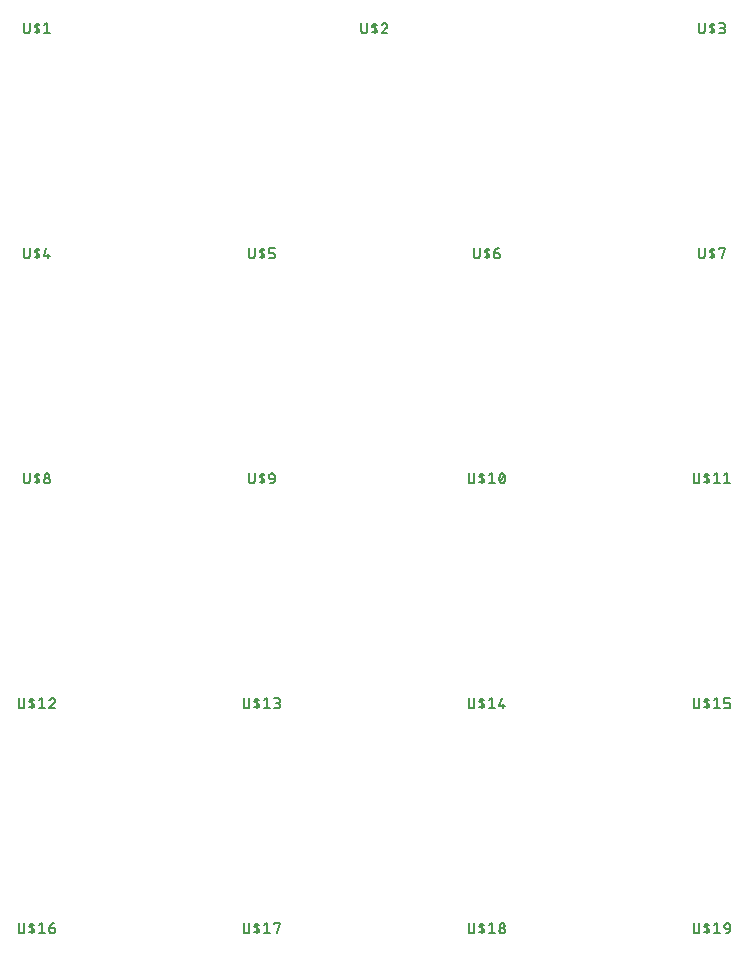
<source format=gbr>
G04 EAGLE Gerber RS-274X export*
G75*
%MOMM*%
%FSLAX34Y34*%
%LPD*%
%INSilkscreen Top*%
%IPPOS*%
%AMOC8*
5,1,8,0,0,1.08239X$1,22.5*%
G01*
%ADD10C,0.127000*%


D10*
X84275Y833615D02*
X84275Y827310D01*
X84277Y827212D01*
X84283Y827115D01*
X84293Y827018D01*
X84306Y826921D01*
X84324Y826825D01*
X84345Y826730D01*
X84371Y826635D01*
X84400Y826542D01*
X84433Y826450D01*
X84469Y826359D01*
X84509Y826270D01*
X84553Y826183D01*
X84600Y826098D01*
X84650Y826014D01*
X84704Y825932D01*
X84761Y825853D01*
X84822Y825776D01*
X84885Y825702D01*
X84951Y825630D01*
X85020Y825561D01*
X85092Y825495D01*
X85166Y825432D01*
X85243Y825371D01*
X85322Y825314D01*
X85404Y825260D01*
X85487Y825210D01*
X85573Y825163D01*
X85660Y825119D01*
X85749Y825079D01*
X85840Y825043D01*
X85932Y825010D01*
X86025Y824981D01*
X86120Y824955D01*
X86215Y824934D01*
X86311Y824916D01*
X86408Y824903D01*
X86505Y824893D01*
X86602Y824887D01*
X86700Y824885D01*
X86798Y824887D01*
X86895Y824893D01*
X86992Y824903D01*
X87089Y824916D01*
X87185Y824934D01*
X87280Y824955D01*
X87375Y824981D01*
X87468Y825010D01*
X87560Y825043D01*
X87651Y825079D01*
X87740Y825119D01*
X87827Y825163D01*
X87912Y825210D01*
X87996Y825260D01*
X88078Y825314D01*
X88157Y825371D01*
X88234Y825432D01*
X88308Y825495D01*
X88380Y825561D01*
X88449Y825630D01*
X88515Y825702D01*
X88578Y825776D01*
X88639Y825853D01*
X88696Y825932D01*
X88750Y826014D01*
X88800Y826098D01*
X88847Y826183D01*
X88891Y826270D01*
X88931Y826359D01*
X88967Y826450D01*
X89000Y826542D01*
X89029Y826635D01*
X89055Y826730D01*
X89076Y826825D01*
X89094Y826921D01*
X89107Y827018D01*
X89117Y827115D01*
X89123Y827212D01*
X89125Y827310D01*
X89125Y833615D01*
X95400Y833615D02*
X95400Y824885D01*
X95400Y829250D02*
X94188Y829978D01*
X94188Y829977D02*
X94125Y830018D01*
X94064Y830061D01*
X94005Y830107D01*
X93949Y830156D01*
X93896Y830208D01*
X93845Y830263D01*
X93797Y830320D01*
X93752Y830380D01*
X93711Y830442D01*
X93672Y830506D01*
X93637Y830572D01*
X93605Y830639D01*
X93577Y830708D01*
X93553Y830779D01*
X93532Y830850D01*
X93515Y830923D01*
X93501Y830996D01*
X93492Y831070D01*
X93486Y831145D01*
X93484Y831219D01*
X93486Y831294D01*
X93492Y831368D01*
X93501Y831442D01*
X93515Y831516D01*
X93532Y831588D01*
X93552Y831660D01*
X93577Y831731D01*
X93605Y831800D01*
X93637Y831867D01*
X93672Y831933D01*
X93710Y831997D01*
X93752Y832059D01*
X93796Y832119D01*
X93844Y832176D01*
X93895Y832231D01*
X93948Y832283D01*
X94004Y832332D01*
X94063Y832379D01*
X94124Y832422D01*
X94187Y832462D01*
X94251Y832499D01*
X94318Y832532D01*
X94387Y832562D01*
X94456Y832588D01*
X94527Y832611D01*
X94600Y832630D01*
X94673Y832645D01*
X94672Y832645D02*
X94791Y832665D01*
X94911Y832681D01*
X95030Y832694D01*
X95151Y832702D01*
X95271Y832707D01*
X95392Y832708D01*
X95512Y832705D01*
X95632Y832699D01*
X95752Y832688D01*
X95872Y832674D01*
X95991Y832656D01*
X96110Y832635D01*
X96227Y832610D01*
X96344Y832581D01*
X96460Y832548D01*
X96575Y832512D01*
X96689Y832472D01*
X96801Y832429D01*
X96912Y832382D01*
X97022Y832331D01*
X97130Y832278D01*
X97236Y832221D01*
X97340Y832160D01*
X95400Y829250D02*
X96613Y828523D01*
X96612Y828523D02*
X96675Y828482D01*
X96736Y828439D01*
X96795Y828393D01*
X96851Y828344D01*
X96904Y828292D01*
X96955Y828237D01*
X97003Y828180D01*
X97048Y828120D01*
X97089Y828058D01*
X97128Y827994D01*
X97163Y827928D01*
X97195Y827861D01*
X97223Y827792D01*
X97247Y827721D01*
X97268Y827650D01*
X97285Y827577D01*
X97299Y827504D01*
X97308Y827430D01*
X97314Y827355D01*
X97316Y827281D01*
X97314Y827206D01*
X97308Y827132D01*
X97299Y827058D01*
X97285Y826984D01*
X97268Y826912D01*
X97248Y826840D01*
X97223Y826769D01*
X97195Y826700D01*
X97163Y826633D01*
X97128Y826567D01*
X97090Y826503D01*
X97048Y826441D01*
X97004Y826381D01*
X96956Y826324D01*
X96905Y826269D01*
X96852Y826217D01*
X96796Y826168D01*
X96737Y826121D01*
X96676Y826078D01*
X96613Y826038D01*
X96549Y826001D01*
X96482Y825968D01*
X96413Y825938D01*
X96344Y825912D01*
X96273Y825889D01*
X96200Y825870D01*
X96127Y825855D01*
X96128Y825855D02*
X96009Y825835D01*
X95889Y825819D01*
X95770Y825806D01*
X95649Y825798D01*
X95529Y825793D01*
X95408Y825792D01*
X95288Y825795D01*
X95168Y825801D01*
X95048Y825812D01*
X94928Y825826D01*
X94809Y825844D01*
X94690Y825865D01*
X94573Y825890D01*
X94456Y825919D01*
X94340Y825952D01*
X94225Y825988D01*
X94111Y826028D01*
X93999Y826071D01*
X93888Y826118D01*
X93778Y826169D01*
X93670Y826222D01*
X93564Y826279D01*
X93460Y826340D01*
X101375Y831675D02*
X103800Y833615D01*
X103800Y824885D01*
X101375Y824885D02*
X106225Y824885D01*
X370025Y827310D02*
X370025Y833615D01*
X370025Y827310D02*
X370027Y827212D01*
X370033Y827115D01*
X370043Y827018D01*
X370056Y826921D01*
X370074Y826825D01*
X370095Y826730D01*
X370121Y826635D01*
X370150Y826542D01*
X370183Y826450D01*
X370219Y826359D01*
X370259Y826270D01*
X370303Y826183D01*
X370350Y826098D01*
X370400Y826014D01*
X370454Y825932D01*
X370511Y825853D01*
X370572Y825776D01*
X370635Y825702D01*
X370701Y825630D01*
X370770Y825561D01*
X370842Y825495D01*
X370916Y825432D01*
X370993Y825371D01*
X371072Y825314D01*
X371154Y825260D01*
X371238Y825210D01*
X371323Y825163D01*
X371410Y825119D01*
X371499Y825079D01*
X371590Y825043D01*
X371682Y825010D01*
X371775Y824981D01*
X371870Y824955D01*
X371965Y824934D01*
X372061Y824916D01*
X372158Y824903D01*
X372255Y824893D01*
X372352Y824887D01*
X372450Y824885D01*
X372548Y824887D01*
X372645Y824893D01*
X372742Y824903D01*
X372839Y824916D01*
X372935Y824934D01*
X373030Y824955D01*
X373125Y824981D01*
X373218Y825010D01*
X373310Y825043D01*
X373401Y825079D01*
X373490Y825119D01*
X373577Y825163D01*
X373663Y825210D01*
X373746Y825260D01*
X373828Y825314D01*
X373907Y825371D01*
X373984Y825432D01*
X374058Y825495D01*
X374130Y825561D01*
X374199Y825630D01*
X374265Y825702D01*
X374328Y825776D01*
X374389Y825853D01*
X374446Y825932D01*
X374500Y826014D01*
X374550Y826098D01*
X374597Y826183D01*
X374641Y826270D01*
X374681Y826359D01*
X374717Y826450D01*
X374750Y826542D01*
X374779Y826635D01*
X374805Y826730D01*
X374826Y826825D01*
X374844Y826921D01*
X374857Y827018D01*
X374867Y827115D01*
X374873Y827212D01*
X374875Y827310D01*
X374875Y833615D01*
X381150Y833615D02*
X381150Y824885D01*
X381150Y829250D02*
X379938Y829978D01*
X379938Y829977D02*
X379875Y830018D01*
X379814Y830061D01*
X379755Y830107D01*
X379699Y830156D01*
X379646Y830208D01*
X379595Y830263D01*
X379547Y830320D01*
X379502Y830380D01*
X379461Y830442D01*
X379422Y830506D01*
X379387Y830572D01*
X379355Y830639D01*
X379327Y830708D01*
X379303Y830779D01*
X379282Y830850D01*
X379265Y830923D01*
X379251Y830996D01*
X379242Y831070D01*
X379236Y831145D01*
X379234Y831219D01*
X379236Y831294D01*
X379242Y831368D01*
X379251Y831442D01*
X379265Y831516D01*
X379282Y831588D01*
X379302Y831660D01*
X379327Y831731D01*
X379355Y831800D01*
X379387Y831867D01*
X379422Y831933D01*
X379460Y831997D01*
X379502Y832059D01*
X379546Y832119D01*
X379594Y832176D01*
X379645Y832231D01*
X379698Y832283D01*
X379754Y832332D01*
X379813Y832379D01*
X379874Y832422D01*
X379937Y832462D01*
X380001Y832499D01*
X380068Y832532D01*
X380137Y832562D01*
X380206Y832588D01*
X380277Y832611D01*
X380350Y832630D01*
X380423Y832645D01*
X380422Y832645D02*
X380541Y832665D01*
X380661Y832681D01*
X380780Y832694D01*
X380901Y832702D01*
X381021Y832707D01*
X381142Y832708D01*
X381262Y832705D01*
X381382Y832699D01*
X381502Y832688D01*
X381622Y832674D01*
X381741Y832656D01*
X381860Y832635D01*
X381977Y832610D01*
X382094Y832581D01*
X382210Y832548D01*
X382325Y832512D01*
X382439Y832472D01*
X382551Y832429D01*
X382662Y832382D01*
X382772Y832331D01*
X382880Y832278D01*
X382986Y832221D01*
X383090Y832160D01*
X381150Y829250D02*
X382363Y828523D01*
X382362Y828523D02*
X382425Y828482D01*
X382486Y828439D01*
X382545Y828393D01*
X382601Y828344D01*
X382654Y828292D01*
X382705Y828237D01*
X382753Y828180D01*
X382798Y828120D01*
X382839Y828058D01*
X382878Y827994D01*
X382913Y827928D01*
X382945Y827861D01*
X382973Y827792D01*
X382997Y827721D01*
X383018Y827650D01*
X383035Y827577D01*
X383049Y827504D01*
X383058Y827430D01*
X383064Y827355D01*
X383066Y827281D01*
X383064Y827206D01*
X383058Y827132D01*
X383049Y827058D01*
X383035Y826984D01*
X383018Y826912D01*
X382998Y826840D01*
X382973Y826769D01*
X382945Y826700D01*
X382913Y826633D01*
X382878Y826567D01*
X382840Y826503D01*
X382798Y826441D01*
X382754Y826381D01*
X382706Y826324D01*
X382655Y826269D01*
X382602Y826217D01*
X382546Y826168D01*
X382487Y826121D01*
X382426Y826078D01*
X382363Y826038D01*
X382299Y826001D01*
X382232Y825968D01*
X382163Y825938D01*
X382094Y825912D01*
X382023Y825889D01*
X381950Y825870D01*
X381877Y825855D01*
X381878Y825855D02*
X381759Y825835D01*
X381639Y825819D01*
X381520Y825806D01*
X381399Y825798D01*
X381279Y825793D01*
X381158Y825792D01*
X381038Y825795D01*
X380918Y825801D01*
X380798Y825812D01*
X380678Y825826D01*
X380559Y825844D01*
X380440Y825865D01*
X380323Y825890D01*
X380206Y825919D01*
X380090Y825952D01*
X379975Y825988D01*
X379861Y826028D01*
X379749Y826071D01*
X379638Y826118D01*
X379528Y826169D01*
X379420Y826222D01*
X379314Y826279D01*
X379210Y826340D01*
X389793Y833616D02*
X389886Y833614D01*
X389978Y833608D01*
X390070Y833598D01*
X390162Y833585D01*
X390253Y833567D01*
X390343Y833546D01*
X390432Y833520D01*
X390520Y833491D01*
X390607Y833459D01*
X390692Y833422D01*
X390776Y833382D01*
X390858Y833339D01*
X390938Y833292D01*
X391015Y833242D01*
X391091Y833188D01*
X391164Y833131D01*
X391235Y833072D01*
X391304Y833009D01*
X391369Y832944D01*
X391432Y832875D01*
X391491Y832804D01*
X391548Y832731D01*
X391602Y832655D01*
X391652Y832578D01*
X391699Y832498D01*
X391742Y832416D01*
X391782Y832332D01*
X391819Y832247D01*
X391851Y832160D01*
X391880Y832072D01*
X391906Y831983D01*
X391927Y831893D01*
X391945Y831802D01*
X391958Y831710D01*
X391968Y831618D01*
X391974Y831526D01*
X391976Y831433D01*
X389793Y833615D02*
X389689Y833613D01*
X389586Y833607D01*
X389482Y833598D01*
X389380Y833584D01*
X389277Y833567D01*
X389176Y833546D01*
X389075Y833522D01*
X388975Y833493D01*
X388877Y833461D01*
X388779Y833425D01*
X388683Y833386D01*
X388589Y833343D01*
X388496Y833297D01*
X388405Y833247D01*
X388316Y833194D01*
X388229Y833138D01*
X388144Y833079D01*
X388061Y833016D01*
X387981Y832951D01*
X387903Y832882D01*
X387827Y832811D01*
X387755Y832737D01*
X387685Y832660D01*
X387618Y832581D01*
X387554Y832499D01*
X387493Y832415D01*
X387436Y832329D01*
X387381Y832241D01*
X387330Y832151D01*
X387282Y832059D01*
X387237Y831965D01*
X387197Y831870D01*
X387159Y831773D01*
X387125Y831675D01*
X391248Y829736D02*
X391315Y829802D01*
X391380Y829872D01*
X391441Y829944D01*
X391500Y830018D01*
X391556Y830095D01*
X391608Y830174D01*
X391658Y830255D01*
X391704Y830338D01*
X391746Y830423D01*
X391785Y830510D01*
X391821Y830598D01*
X391853Y830687D01*
X391881Y830778D01*
X391906Y830869D01*
X391927Y830962D01*
X391944Y831055D01*
X391958Y831149D01*
X391967Y831243D01*
X391973Y831338D01*
X391975Y831433D01*
X391248Y829735D02*
X387125Y824885D01*
X391975Y824885D01*
X655775Y827310D02*
X655775Y833615D01*
X655775Y827310D02*
X655777Y827212D01*
X655783Y827115D01*
X655793Y827018D01*
X655806Y826921D01*
X655824Y826825D01*
X655845Y826730D01*
X655871Y826635D01*
X655900Y826542D01*
X655933Y826450D01*
X655969Y826359D01*
X656009Y826270D01*
X656053Y826183D01*
X656100Y826098D01*
X656150Y826014D01*
X656204Y825932D01*
X656261Y825853D01*
X656322Y825776D01*
X656385Y825702D01*
X656451Y825630D01*
X656520Y825561D01*
X656592Y825495D01*
X656666Y825432D01*
X656743Y825371D01*
X656822Y825314D01*
X656904Y825260D01*
X656988Y825210D01*
X657073Y825163D01*
X657160Y825119D01*
X657249Y825079D01*
X657340Y825043D01*
X657432Y825010D01*
X657525Y824981D01*
X657620Y824955D01*
X657715Y824934D01*
X657811Y824916D01*
X657908Y824903D01*
X658005Y824893D01*
X658102Y824887D01*
X658200Y824885D01*
X658298Y824887D01*
X658395Y824893D01*
X658492Y824903D01*
X658589Y824916D01*
X658685Y824934D01*
X658780Y824955D01*
X658875Y824981D01*
X658968Y825010D01*
X659060Y825043D01*
X659151Y825079D01*
X659240Y825119D01*
X659327Y825163D01*
X659413Y825210D01*
X659496Y825260D01*
X659578Y825314D01*
X659657Y825371D01*
X659734Y825432D01*
X659808Y825495D01*
X659880Y825561D01*
X659949Y825630D01*
X660015Y825702D01*
X660078Y825776D01*
X660139Y825853D01*
X660196Y825932D01*
X660250Y826014D01*
X660300Y826098D01*
X660347Y826183D01*
X660391Y826270D01*
X660431Y826359D01*
X660467Y826450D01*
X660500Y826542D01*
X660529Y826635D01*
X660555Y826730D01*
X660576Y826825D01*
X660594Y826921D01*
X660607Y827018D01*
X660617Y827115D01*
X660623Y827212D01*
X660625Y827310D01*
X660625Y833615D01*
X666900Y833615D02*
X666900Y824885D01*
X666900Y829250D02*
X665688Y829978D01*
X665688Y829977D02*
X665625Y830018D01*
X665564Y830061D01*
X665505Y830107D01*
X665449Y830156D01*
X665396Y830208D01*
X665345Y830263D01*
X665297Y830320D01*
X665252Y830380D01*
X665211Y830442D01*
X665172Y830506D01*
X665137Y830572D01*
X665105Y830639D01*
X665077Y830708D01*
X665053Y830779D01*
X665032Y830850D01*
X665015Y830923D01*
X665001Y830996D01*
X664992Y831070D01*
X664986Y831145D01*
X664984Y831219D01*
X664986Y831294D01*
X664992Y831368D01*
X665001Y831442D01*
X665015Y831516D01*
X665032Y831588D01*
X665052Y831660D01*
X665077Y831731D01*
X665105Y831800D01*
X665137Y831867D01*
X665172Y831933D01*
X665210Y831997D01*
X665252Y832059D01*
X665296Y832119D01*
X665344Y832176D01*
X665395Y832231D01*
X665448Y832283D01*
X665504Y832332D01*
X665563Y832379D01*
X665624Y832422D01*
X665687Y832462D01*
X665751Y832499D01*
X665818Y832532D01*
X665887Y832562D01*
X665956Y832588D01*
X666027Y832611D01*
X666100Y832630D01*
X666173Y832645D01*
X666172Y832645D02*
X666291Y832665D01*
X666411Y832681D01*
X666530Y832694D01*
X666651Y832702D01*
X666771Y832707D01*
X666892Y832708D01*
X667012Y832705D01*
X667132Y832699D01*
X667252Y832688D01*
X667372Y832674D01*
X667491Y832656D01*
X667610Y832635D01*
X667727Y832610D01*
X667844Y832581D01*
X667960Y832548D01*
X668075Y832512D01*
X668189Y832472D01*
X668301Y832429D01*
X668412Y832382D01*
X668522Y832331D01*
X668630Y832278D01*
X668736Y832221D01*
X668840Y832160D01*
X666900Y829250D02*
X668113Y828523D01*
X668112Y828523D02*
X668175Y828482D01*
X668236Y828439D01*
X668295Y828393D01*
X668351Y828344D01*
X668404Y828292D01*
X668455Y828237D01*
X668503Y828180D01*
X668548Y828120D01*
X668589Y828058D01*
X668628Y827994D01*
X668663Y827928D01*
X668695Y827861D01*
X668723Y827792D01*
X668747Y827721D01*
X668768Y827650D01*
X668785Y827577D01*
X668799Y827504D01*
X668808Y827430D01*
X668814Y827355D01*
X668816Y827281D01*
X668814Y827206D01*
X668808Y827132D01*
X668799Y827058D01*
X668785Y826984D01*
X668768Y826912D01*
X668748Y826840D01*
X668723Y826769D01*
X668695Y826700D01*
X668663Y826633D01*
X668628Y826567D01*
X668590Y826503D01*
X668548Y826441D01*
X668504Y826381D01*
X668456Y826324D01*
X668405Y826269D01*
X668352Y826217D01*
X668296Y826168D01*
X668237Y826121D01*
X668176Y826078D01*
X668113Y826038D01*
X668049Y826001D01*
X667982Y825968D01*
X667913Y825938D01*
X667844Y825912D01*
X667773Y825889D01*
X667700Y825870D01*
X667627Y825855D01*
X667628Y825855D02*
X667509Y825835D01*
X667389Y825819D01*
X667270Y825806D01*
X667149Y825798D01*
X667029Y825793D01*
X666908Y825792D01*
X666788Y825795D01*
X666668Y825801D01*
X666548Y825812D01*
X666428Y825826D01*
X666309Y825844D01*
X666190Y825865D01*
X666073Y825890D01*
X665956Y825919D01*
X665840Y825952D01*
X665725Y825988D01*
X665611Y826028D01*
X665499Y826071D01*
X665388Y826118D01*
X665278Y826169D01*
X665170Y826222D01*
X665064Y826279D01*
X664960Y826340D01*
X672875Y824885D02*
X675300Y824885D01*
X675398Y824887D01*
X675495Y824893D01*
X675592Y824903D01*
X675689Y824916D01*
X675785Y824934D01*
X675880Y824955D01*
X675975Y824981D01*
X676068Y825010D01*
X676160Y825043D01*
X676251Y825079D01*
X676340Y825119D01*
X676427Y825163D01*
X676513Y825210D01*
X676596Y825260D01*
X676678Y825314D01*
X676757Y825371D01*
X676834Y825432D01*
X676908Y825495D01*
X676980Y825561D01*
X677049Y825630D01*
X677115Y825702D01*
X677178Y825776D01*
X677239Y825853D01*
X677296Y825932D01*
X677350Y826014D01*
X677400Y826098D01*
X677447Y826183D01*
X677491Y826270D01*
X677531Y826359D01*
X677567Y826450D01*
X677600Y826542D01*
X677629Y826635D01*
X677655Y826730D01*
X677676Y826825D01*
X677694Y826921D01*
X677707Y827018D01*
X677717Y827115D01*
X677723Y827212D01*
X677725Y827310D01*
X677723Y827408D01*
X677717Y827505D01*
X677707Y827602D01*
X677694Y827699D01*
X677676Y827795D01*
X677655Y827890D01*
X677629Y827985D01*
X677600Y828078D01*
X677567Y828170D01*
X677531Y828261D01*
X677491Y828350D01*
X677447Y828437D01*
X677400Y828523D01*
X677350Y828606D01*
X677296Y828688D01*
X677239Y828767D01*
X677178Y828844D01*
X677115Y828918D01*
X677049Y828990D01*
X676980Y829059D01*
X676908Y829125D01*
X676834Y829188D01*
X676757Y829249D01*
X676678Y829306D01*
X676596Y829360D01*
X676513Y829410D01*
X676427Y829457D01*
X676340Y829501D01*
X676251Y829541D01*
X676160Y829577D01*
X676068Y829610D01*
X675975Y829639D01*
X675880Y829665D01*
X675785Y829686D01*
X675689Y829704D01*
X675592Y829717D01*
X675495Y829727D01*
X675398Y829733D01*
X675300Y829735D01*
X675785Y833615D02*
X672875Y833615D01*
X675785Y833615D02*
X675872Y833613D01*
X675959Y833607D01*
X676045Y833597D01*
X676131Y833584D01*
X676217Y833566D01*
X676301Y833545D01*
X676384Y833520D01*
X676467Y833491D01*
X676547Y833459D01*
X676627Y833423D01*
X676704Y833383D01*
X676780Y833340D01*
X676854Y833294D01*
X676925Y833244D01*
X676995Y833192D01*
X677061Y833136D01*
X677126Y833077D01*
X677187Y833016D01*
X677246Y832951D01*
X677302Y832885D01*
X677354Y832815D01*
X677404Y832744D01*
X677450Y832670D01*
X677493Y832594D01*
X677533Y832517D01*
X677569Y832437D01*
X677601Y832357D01*
X677630Y832274D01*
X677655Y832191D01*
X677676Y832107D01*
X677694Y832021D01*
X677707Y831935D01*
X677717Y831849D01*
X677723Y831762D01*
X677725Y831675D01*
X677723Y831588D01*
X677717Y831501D01*
X677707Y831415D01*
X677694Y831329D01*
X677676Y831243D01*
X677655Y831159D01*
X677630Y831076D01*
X677601Y830993D01*
X677569Y830913D01*
X677533Y830833D01*
X677493Y830756D01*
X677450Y830680D01*
X677404Y830606D01*
X677354Y830535D01*
X677302Y830465D01*
X677246Y830399D01*
X677187Y830334D01*
X677126Y830273D01*
X677061Y830214D01*
X676995Y830158D01*
X676925Y830106D01*
X676854Y830056D01*
X676780Y830010D01*
X676704Y829967D01*
X676627Y829927D01*
X676547Y829891D01*
X676467Y829859D01*
X676384Y829830D01*
X676301Y829805D01*
X676217Y829784D01*
X676131Y829766D01*
X676045Y829753D01*
X675959Y829743D01*
X675872Y829737D01*
X675785Y829735D01*
X673845Y829735D01*
X84275Y643115D02*
X84275Y636810D01*
X84277Y636712D01*
X84283Y636615D01*
X84293Y636518D01*
X84306Y636421D01*
X84324Y636325D01*
X84345Y636230D01*
X84371Y636135D01*
X84400Y636042D01*
X84433Y635950D01*
X84469Y635859D01*
X84509Y635770D01*
X84553Y635683D01*
X84600Y635598D01*
X84650Y635514D01*
X84704Y635432D01*
X84761Y635353D01*
X84822Y635276D01*
X84885Y635202D01*
X84951Y635130D01*
X85020Y635061D01*
X85092Y634995D01*
X85166Y634932D01*
X85243Y634871D01*
X85322Y634814D01*
X85404Y634760D01*
X85487Y634710D01*
X85573Y634663D01*
X85660Y634619D01*
X85749Y634579D01*
X85840Y634543D01*
X85932Y634510D01*
X86025Y634481D01*
X86120Y634455D01*
X86215Y634434D01*
X86311Y634416D01*
X86408Y634403D01*
X86505Y634393D01*
X86602Y634387D01*
X86700Y634385D01*
X86798Y634387D01*
X86895Y634393D01*
X86992Y634403D01*
X87089Y634416D01*
X87185Y634434D01*
X87280Y634455D01*
X87375Y634481D01*
X87468Y634510D01*
X87560Y634543D01*
X87651Y634579D01*
X87740Y634619D01*
X87827Y634663D01*
X87912Y634710D01*
X87996Y634760D01*
X88078Y634814D01*
X88157Y634871D01*
X88234Y634932D01*
X88308Y634995D01*
X88380Y635061D01*
X88449Y635130D01*
X88515Y635202D01*
X88578Y635276D01*
X88639Y635353D01*
X88696Y635432D01*
X88750Y635514D01*
X88800Y635598D01*
X88847Y635683D01*
X88891Y635770D01*
X88931Y635859D01*
X88967Y635950D01*
X89000Y636042D01*
X89029Y636135D01*
X89055Y636230D01*
X89076Y636325D01*
X89094Y636421D01*
X89107Y636518D01*
X89117Y636615D01*
X89123Y636712D01*
X89125Y636810D01*
X89125Y643115D01*
X95400Y643115D02*
X95400Y634385D01*
X95400Y638750D02*
X94188Y639478D01*
X94188Y639477D02*
X94125Y639518D01*
X94064Y639561D01*
X94005Y639607D01*
X93949Y639656D01*
X93896Y639708D01*
X93845Y639763D01*
X93797Y639820D01*
X93752Y639880D01*
X93711Y639942D01*
X93672Y640006D01*
X93637Y640072D01*
X93605Y640139D01*
X93577Y640208D01*
X93553Y640279D01*
X93532Y640350D01*
X93515Y640423D01*
X93501Y640496D01*
X93492Y640570D01*
X93486Y640645D01*
X93484Y640719D01*
X93486Y640794D01*
X93492Y640868D01*
X93501Y640942D01*
X93515Y641016D01*
X93532Y641088D01*
X93552Y641160D01*
X93577Y641231D01*
X93605Y641300D01*
X93637Y641367D01*
X93672Y641433D01*
X93710Y641497D01*
X93752Y641559D01*
X93796Y641619D01*
X93844Y641676D01*
X93895Y641731D01*
X93948Y641783D01*
X94004Y641832D01*
X94063Y641879D01*
X94124Y641922D01*
X94187Y641962D01*
X94251Y641999D01*
X94318Y642032D01*
X94387Y642062D01*
X94456Y642088D01*
X94527Y642111D01*
X94600Y642130D01*
X94673Y642145D01*
X94672Y642145D02*
X94791Y642165D01*
X94911Y642181D01*
X95030Y642194D01*
X95151Y642202D01*
X95271Y642207D01*
X95392Y642208D01*
X95512Y642205D01*
X95632Y642199D01*
X95752Y642188D01*
X95872Y642174D01*
X95991Y642156D01*
X96110Y642135D01*
X96227Y642110D01*
X96344Y642081D01*
X96460Y642048D01*
X96575Y642012D01*
X96689Y641972D01*
X96801Y641929D01*
X96912Y641882D01*
X97022Y641831D01*
X97130Y641778D01*
X97236Y641721D01*
X97340Y641660D01*
X95400Y638750D02*
X96613Y638023D01*
X96612Y638023D02*
X96675Y637982D01*
X96736Y637939D01*
X96795Y637893D01*
X96851Y637844D01*
X96904Y637792D01*
X96955Y637737D01*
X97003Y637680D01*
X97048Y637620D01*
X97089Y637558D01*
X97128Y637494D01*
X97163Y637428D01*
X97195Y637361D01*
X97223Y637292D01*
X97247Y637221D01*
X97268Y637150D01*
X97285Y637077D01*
X97299Y637004D01*
X97308Y636930D01*
X97314Y636855D01*
X97316Y636781D01*
X97314Y636706D01*
X97308Y636632D01*
X97299Y636558D01*
X97285Y636484D01*
X97268Y636412D01*
X97248Y636340D01*
X97223Y636269D01*
X97195Y636200D01*
X97163Y636133D01*
X97128Y636067D01*
X97090Y636003D01*
X97048Y635941D01*
X97004Y635881D01*
X96956Y635824D01*
X96905Y635769D01*
X96852Y635717D01*
X96796Y635668D01*
X96737Y635621D01*
X96676Y635578D01*
X96613Y635538D01*
X96549Y635501D01*
X96482Y635468D01*
X96413Y635438D01*
X96344Y635412D01*
X96273Y635389D01*
X96200Y635370D01*
X96127Y635355D01*
X96128Y635355D02*
X96009Y635335D01*
X95889Y635319D01*
X95770Y635306D01*
X95649Y635298D01*
X95529Y635293D01*
X95408Y635292D01*
X95288Y635295D01*
X95168Y635301D01*
X95048Y635312D01*
X94928Y635326D01*
X94809Y635344D01*
X94690Y635365D01*
X94573Y635390D01*
X94456Y635419D01*
X94340Y635452D01*
X94225Y635488D01*
X94111Y635528D01*
X93999Y635571D01*
X93888Y635618D01*
X93778Y635669D01*
X93670Y635722D01*
X93564Y635779D01*
X93460Y635840D01*
X101375Y636325D02*
X103315Y643115D01*
X101375Y636325D02*
X106225Y636325D01*
X104770Y638265D02*
X104770Y634385D01*
X274775Y636810D02*
X274775Y643115D01*
X274775Y636810D02*
X274777Y636712D01*
X274783Y636615D01*
X274793Y636518D01*
X274806Y636421D01*
X274824Y636325D01*
X274845Y636230D01*
X274871Y636135D01*
X274900Y636042D01*
X274933Y635950D01*
X274969Y635859D01*
X275009Y635770D01*
X275053Y635683D01*
X275100Y635598D01*
X275150Y635514D01*
X275204Y635432D01*
X275261Y635353D01*
X275322Y635276D01*
X275385Y635202D01*
X275451Y635130D01*
X275520Y635061D01*
X275592Y634995D01*
X275666Y634932D01*
X275743Y634871D01*
X275822Y634814D01*
X275904Y634760D01*
X275988Y634710D01*
X276073Y634663D01*
X276160Y634619D01*
X276249Y634579D01*
X276340Y634543D01*
X276432Y634510D01*
X276525Y634481D01*
X276620Y634455D01*
X276715Y634434D01*
X276811Y634416D01*
X276908Y634403D01*
X277005Y634393D01*
X277102Y634387D01*
X277200Y634385D01*
X277298Y634387D01*
X277395Y634393D01*
X277492Y634403D01*
X277589Y634416D01*
X277685Y634434D01*
X277780Y634455D01*
X277875Y634481D01*
X277968Y634510D01*
X278060Y634543D01*
X278151Y634579D01*
X278240Y634619D01*
X278327Y634663D01*
X278413Y634710D01*
X278496Y634760D01*
X278578Y634814D01*
X278657Y634871D01*
X278734Y634932D01*
X278808Y634995D01*
X278880Y635061D01*
X278949Y635130D01*
X279015Y635202D01*
X279078Y635276D01*
X279139Y635353D01*
X279196Y635432D01*
X279250Y635514D01*
X279300Y635598D01*
X279347Y635683D01*
X279391Y635770D01*
X279431Y635859D01*
X279467Y635950D01*
X279500Y636042D01*
X279529Y636135D01*
X279555Y636230D01*
X279576Y636325D01*
X279594Y636421D01*
X279607Y636518D01*
X279617Y636615D01*
X279623Y636712D01*
X279625Y636810D01*
X279625Y643115D01*
X285900Y643115D02*
X285900Y634385D01*
X285900Y638750D02*
X284688Y639478D01*
X284688Y639477D02*
X284625Y639518D01*
X284564Y639561D01*
X284505Y639607D01*
X284449Y639656D01*
X284396Y639708D01*
X284345Y639763D01*
X284297Y639820D01*
X284252Y639880D01*
X284211Y639942D01*
X284172Y640006D01*
X284137Y640072D01*
X284105Y640139D01*
X284077Y640208D01*
X284053Y640279D01*
X284032Y640350D01*
X284015Y640423D01*
X284001Y640496D01*
X283992Y640570D01*
X283986Y640645D01*
X283984Y640719D01*
X283986Y640794D01*
X283992Y640868D01*
X284001Y640942D01*
X284015Y641016D01*
X284032Y641088D01*
X284052Y641160D01*
X284077Y641231D01*
X284105Y641300D01*
X284137Y641367D01*
X284172Y641433D01*
X284210Y641497D01*
X284252Y641559D01*
X284296Y641619D01*
X284344Y641676D01*
X284395Y641731D01*
X284448Y641783D01*
X284504Y641832D01*
X284563Y641879D01*
X284624Y641922D01*
X284687Y641962D01*
X284751Y641999D01*
X284818Y642032D01*
X284887Y642062D01*
X284956Y642088D01*
X285027Y642111D01*
X285100Y642130D01*
X285173Y642145D01*
X285172Y642145D02*
X285291Y642165D01*
X285411Y642181D01*
X285530Y642194D01*
X285651Y642202D01*
X285771Y642207D01*
X285892Y642208D01*
X286012Y642205D01*
X286132Y642199D01*
X286252Y642188D01*
X286372Y642174D01*
X286491Y642156D01*
X286610Y642135D01*
X286727Y642110D01*
X286844Y642081D01*
X286960Y642048D01*
X287075Y642012D01*
X287189Y641972D01*
X287301Y641929D01*
X287412Y641882D01*
X287522Y641831D01*
X287630Y641778D01*
X287736Y641721D01*
X287840Y641660D01*
X285900Y638750D02*
X287113Y638023D01*
X287112Y638023D02*
X287175Y637982D01*
X287236Y637939D01*
X287295Y637893D01*
X287351Y637844D01*
X287404Y637792D01*
X287455Y637737D01*
X287503Y637680D01*
X287548Y637620D01*
X287589Y637558D01*
X287628Y637494D01*
X287663Y637428D01*
X287695Y637361D01*
X287723Y637292D01*
X287747Y637221D01*
X287768Y637150D01*
X287785Y637077D01*
X287799Y637004D01*
X287808Y636930D01*
X287814Y636855D01*
X287816Y636781D01*
X287814Y636706D01*
X287808Y636632D01*
X287799Y636558D01*
X287785Y636484D01*
X287768Y636412D01*
X287748Y636340D01*
X287723Y636269D01*
X287695Y636200D01*
X287663Y636133D01*
X287628Y636067D01*
X287590Y636003D01*
X287548Y635941D01*
X287504Y635881D01*
X287456Y635824D01*
X287405Y635769D01*
X287352Y635717D01*
X287296Y635668D01*
X287237Y635621D01*
X287176Y635578D01*
X287113Y635538D01*
X287049Y635501D01*
X286982Y635468D01*
X286913Y635438D01*
X286844Y635412D01*
X286773Y635389D01*
X286700Y635370D01*
X286627Y635355D01*
X286628Y635355D02*
X286509Y635335D01*
X286389Y635319D01*
X286270Y635306D01*
X286149Y635298D01*
X286029Y635293D01*
X285908Y635292D01*
X285788Y635295D01*
X285668Y635301D01*
X285548Y635312D01*
X285428Y635326D01*
X285309Y635344D01*
X285190Y635365D01*
X285073Y635390D01*
X284956Y635419D01*
X284840Y635452D01*
X284725Y635488D01*
X284611Y635528D01*
X284499Y635571D01*
X284388Y635618D01*
X284278Y635669D01*
X284170Y635722D01*
X284064Y635779D01*
X283960Y635840D01*
X291875Y634385D02*
X294785Y634385D01*
X294872Y634387D01*
X294959Y634393D01*
X295045Y634403D01*
X295131Y634416D01*
X295217Y634434D01*
X295301Y634455D01*
X295384Y634480D01*
X295467Y634509D01*
X295547Y634541D01*
X295627Y634577D01*
X295704Y634617D01*
X295780Y634660D01*
X295854Y634706D01*
X295925Y634756D01*
X295995Y634808D01*
X296061Y634864D01*
X296126Y634923D01*
X296187Y634984D01*
X296246Y635049D01*
X296302Y635115D01*
X296354Y635185D01*
X296404Y635256D01*
X296450Y635330D01*
X296493Y635406D01*
X296533Y635483D01*
X296569Y635563D01*
X296601Y635643D01*
X296630Y635726D01*
X296655Y635809D01*
X296676Y635893D01*
X296694Y635979D01*
X296707Y636065D01*
X296717Y636151D01*
X296723Y636238D01*
X296725Y636325D01*
X296725Y637295D01*
X296723Y637382D01*
X296717Y637469D01*
X296707Y637555D01*
X296694Y637641D01*
X296676Y637727D01*
X296655Y637811D01*
X296630Y637894D01*
X296601Y637977D01*
X296569Y638057D01*
X296533Y638137D01*
X296493Y638214D01*
X296450Y638290D01*
X296404Y638364D01*
X296354Y638435D01*
X296302Y638505D01*
X296246Y638571D01*
X296187Y638636D01*
X296126Y638697D01*
X296061Y638756D01*
X295995Y638812D01*
X295925Y638864D01*
X295854Y638914D01*
X295780Y638960D01*
X295704Y639003D01*
X295627Y639043D01*
X295547Y639079D01*
X295467Y639111D01*
X295384Y639140D01*
X295301Y639165D01*
X295217Y639186D01*
X295131Y639204D01*
X295045Y639217D01*
X294959Y639227D01*
X294872Y639233D01*
X294785Y639235D01*
X291875Y639235D01*
X291875Y643115D01*
X296725Y643115D01*
X465275Y643115D02*
X465275Y636810D01*
X465277Y636712D01*
X465283Y636615D01*
X465293Y636518D01*
X465306Y636421D01*
X465324Y636325D01*
X465345Y636230D01*
X465371Y636135D01*
X465400Y636042D01*
X465433Y635950D01*
X465469Y635859D01*
X465509Y635770D01*
X465553Y635683D01*
X465600Y635598D01*
X465650Y635514D01*
X465704Y635432D01*
X465761Y635353D01*
X465822Y635276D01*
X465885Y635202D01*
X465951Y635130D01*
X466020Y635061D01*
X466092Y634995D01*
X466166Y634932D01*
X466243Y634871D01*
X466322Y634814D01*
X466404Y634760D01*
X466488Y634710D01*
X466573Y634663D01*
X466660Y634619D01*
X466749Y634579D01*
X466840Y634543D01*
X466932Y634510D01*
X467025Y634481D01*
X467120Y634455D01*
X467215Y634434D01*
X467311Y634416D01*
X467408Y634403D01*
X467505Y634393D01*
X467602Y634387D01*
X467700Y634385D01*
X467798Y634387D01*
X467895Y634393D01*
X467992Y634403D01*
X468089Y634416D01*
X468185Y634434D01*
X468280Y634455D01*
X468375Y634481D01*
X468468Y634510D01*
X468560Y634543D01*
X468651Y634579D01*
X468740Y634619D01*
X468827Y634663D01*
X468913Y634710D01*
X468996Y634760D01*
X469078Y634814D01*
X469157Y634871D01*
X469234Y634932D01*
X469308Y634995D01*
X469380Y635061D01*
X469449Y635130D01*
X469515Y635202D01*
X469578Y635276D01*
X469639Y635353D01*
X469696Y635432D01*
X469750Y635514D01*
X469800Y635598D01*
X469847Y635683D01*
X469891Y635770D01*
X469931Y635859D01*
X469967Y635950D01*
X470000Y636042D01*
X470029Y636135D01*
X470055Y636230D01*
X470076Y636325D01*
X470094Y636421D01*
X470107Y636518D01*
X470117Y636615D01*
X470123Y636712D01*
X470125Y636810D01*
X470125Y643115D01*
X476400Y643115D02*
X476400Y634385D01*
X476400Y638750D02*
X475188Y639478D01*
X475188Y639477D02*
X475125Y639518D01*
X475064Y639561D01*
X475005Y639607D01*
X474949Y639656D01*
X474896Y639708D01*
X474845Y639763D01*
X474797Y639820D01*
X474752Y639880D01*
X474711Y639942D01*
X474672Y640006D01*
X474637Y640072D01*
X474605Y640139D01*
X474577Y640208D01*
X474553Y640279D01*
X474532Y640350D01*
X474515Y640423D01*
X474501Y640496D01*
X474492Y640570D01*
X474486Y640645D01*
X474484Y640719D01*
X474486Y640794D01*
X474492Y640868D01*
X474501Y640942D01*
X474515Y641016D01*
X474532Y641088D01*
X474552Y641160D01*
X474577Y641231D01*
X474605Y641300D01*
X474637Y641367D01*
X474672Y641433D01*
X474710Y641497D01*
X474752Y641559D01*
X474796Y641619D01*
X474844Y641676D01*
X474895Y641731D01*
X474948Y641783D01*
X475004Y641832D01*
X475063Y641879D01*
X475124Y641922D01*
X475187Y641962D01*
X475251Y641999D01*
X475318Y642032D01*
X475387Y642062D01*
X475456Y642088D01*
X475527Y642111D01*
X475600Y642130D01*
X475673Y642145D01*
X475672Y642145D02*
X475791Y642165D01*
X475911Y642181D01*
X476030Y642194D01*
X476151Y642202D01*
X476271Y642207D01*
X476392Y642208D01*
X476512Y642205D01*
X476632Y642199D01*
X476752Y642188D01*
X476872Y642174D01*
X476991Y642156D01*
X477110Y642135D01*
X477227Y642110D01*
X477344Y642081D01*
X477460Y642048D01*
X477575Y642012D01*
X477689Y641972D01*
X477801Y641929D01*
X477912Y641882D01*
X478022Y641831D01*
X478130Y641778D01*
X478236Y641721D01*
X478340Y641660D01*
X476400Y638750D02*
X477613Y638023D01*
X477612Y638023D02*
X477675Y637982D01*
X477736Y637939D01*
X477795Y637893D01*
X477851Y637844D01*
X477904Y637792D01*
X477955Y637737D01*
X478003Y637680D01*
X478048Y637620D01*
X478089Y637558D01*
X478128Y637494D01*
X478163Y637428D01*
X478195Y637361D01*
X478223Y637292D01*
X478247Y637221D01*
X478268Y637150D01*
X478285Y637077D01*
X478299Y637004D01*
X478308Y636930D01*
X478314Y636855D01*
X478316Y636781D01*
X478314Y636706D01*
X478308Y636632D01*
X478299Y636558D01*
X478285Y636484D01*
X478268Y636412D01*
X478248Y636340D01*
X478223Y636269D01*
X478195Y636200D01*
X478163Y636133D01*
X478128Y636067D01*
X478090Y636003D01*
X478048Y635941D01*
X478004Y635881D01*
X477956Y635824D01*
X477905Y635769D01*
X477852Y635717D01*
X477796Y635668D01*
X477737Y635621D01*
X477676Y635578D01*
X477613Y635538D01*
X477549Y635501D01*
X477482Y635468D01*
X477413Y635438D01*
X477344Y635412D01*
X477273Y635389D01*
X477200Y635370D01*
X477127Y635355D01*
X477128Y635355D02*
X477009Y635335D01*
X476889Y635319D01*
X476770Y635306D01*
X476649Y635298D01*
X476529Y635293D01*
X476408Y635292D01*
X476288Y635295D01*
X476168Y635301D01*
X476048Y635312D01*
X475928Y635326D01*
X475809Y635344D01*
X475690Y635365D01*
X475573Y635390D01*
X475456Y635419D01*
X475340Y635452D01*
X475225Y635488D01*
X475111Y635528D01*
X474999Y635571D01*
X474888Y635618D01*
X474778Y635669D01*
X474670Y635722D01*
X474564Y635779D01*
X474460Y635840D01*
X482375Y639235D02*
X485285Y639235D01*
X485372Y639233D01*
X485459Y639227D01*
X485545Y639217D01*
X485631Y639204D01*
X485717Y639186D01*
X485801Y639165D01*
X485884Y639140D01*
X485967Y639111D01*
X486047Y639079D01*
X486127Y639043D01*
X486204Y639003D01*
X486280Y638960D01*
X486354Y638914D01*
X486425Y638864D01*
X486495Y638812D01*
X486561Y638756D01*
X486626Y638697D01*
X486687Y638636D01*
X486746Y638571D01*
X486802Y638505D01*
X486854Y638435D01*
X486904Y638364D01*
X486950Y638290D01*
X486993Y638214D01*
X487033Y638137D01*
X487069Y638057D01*
X487101Y637977D01*
X487130Y637894D01*
X487155Y637811D01*
X487176Y637727D01*
X487194Y637641D01*
X487207Y637555D01*
X487217Y637469D01*
X487223Y637382D01*
X487225Y637295D01*
X487225Y636810D01*
X487223Y636712D01*
X487217Y636615D01*
X487207Y636518D01*
X487194Y636421D01*
X487176Y636325D01*
X487155Y636230D01*
X487129Y636135D01*
X487100Y636042D01*
X487067Y635950D01*
X487031Y635859D01*
X486991Y635770D01*
X486947Y635683D01*
X486900Y635598D01*
X486850Y635514D01*
X486796Y635432D01*
X486739Y635353D01*
X486678Y635276D01*
X486615Y635202D01*
X486549Y635130D01*
X486480Y635061D01*
X486408Y634995D01*
X486334Y634932D01*
X486257Y634871D01*
X486178Y634814D01*
X486096Y634760D01*
X486013Y634710D01*
X485927Y634663D01*
X485840Y634619D01*
X485751Y634579D01*
X485660Y634543D01*
X485568Y634510D01*
X485475Y634481D01*
X485380Y634455D01*
X485285Y634434D01*
X485189Y634416D01*
X485092Y634403D01*
X484995Y634393D01*
X484898Y634387D01*
X484800Y634385D01*
X484702Y634387D01*
X484605Y634393D01*
X484508Y634403D01*
X484411Y634416D01*
X484315Y634434D01*
X484220Y634455D01*
X484125Y634481D01*
X484032Y634510D01*
X483940Y634543D01*
X483849Y634579D01*
X483760Y634619D01*
X483673Y634663D01*
X483588Y634710D01*
X483504Y634760D01*
X483422Y634814D01*
X483343Y634871D01*
X483266Y634932D01*
X483192Y634995D01*
X483120Y635061D01*
X483051Y635130D01*
X482985Y635202D01*
X482922Y635276D01*
X482861Y635353D01*
X482804Y635432D01*
X482750Y635514D01*
X482700Y635598D01*
X482653Y635683D01*
X482609Y635770D01*
X482569Y635859D01*
X482533Y635950D01*
X482500Y636042D01*
X482471Y636135D01*
X482445Y636230D01*
X482424Y636325D01*
X482406Y636421D01*
X482393Y636518D01*
X482383Y636615D01*
X482377Y636712D01*
X482375Y636810D01*
X482375Y639235D01*
X482377Y639357D01*
X482383Y639479D01*
X482392Y639600D01*
X482406Y639721D01*
X482423Y639842D01*
X482444Y639962D01*
X482468Y640081D01*
X482497Y640200D01*
X482529Y640317D01*
X482565Y640434D01*
X482604Y640549D01*
X482647Y640663D01*
X482694Y640776D01*
X482744Y640887D01*
X482798Y640996D01*
X482855Y641104D01*
X482915Y641210D01*
X482979Y641314D01*
X483046Y641416D01*
X483116Y641516D01*
X483189Y641613D01*
X483265Y641708D01*
X483345Y641801D01*
X483427Y641891D01*
X483511Y641979D01*
X483599Y642063D01*
X483689Y642145D01*
X483782Y642225D01*
X483877Y642301D01*
X483974Y642374D01*
X484074Y642444D01*
X484176Y642511D01*
X484280Y642575D01*
X484386Y642635D01*
X484494Y642692D01*
X484603Y642746D01*
X484714Y642796D01*
X484827Y642843D01*
X484941Y642886D01*
X485056Y642925D01*
X485173Y642961D01*
X485290Y642993D01*
X485409Y643022D01*
X485528Y643046D01*
X485648Y643067D01*
X485769Y643084D01*
X485890Y643098D01*
X486011Y643107D01*
X486133Y643113D01*
X486255Y643115D01*
X655775Y643115D02*
X655775Y636810D01*
X655777Y636712D01*
X655783Y636615D01*
X655793Y636518D01*
X655806Y636421D01*
X655824Y636325D01*
X655845Y636230D01*
X655871Y636135D01*
X655900Y636042D01*
X655933Y635950D01*
X655969Y635859D01*
X656009Y635770D01*
X656053Y635683D01*
X656100Y635598D01*
X656150Y635514D01*
X656204Y635432D01*
X656261Y635353D01*
X656322Y635276D01*
X656385Y635202D01*
X656451Y635130D01*
X656520Y635061D01*
X656592Y634995D01*
X656666Y634932D01*
X656743Y634871D01*
X656822Y634814D01*
X656904Y634760D01*
X656988Y634710D01*
X657073Y634663D01*
X657160Y634619D01*
X657249Y634579D01*
X657340Y634543D01*
X657432Y634510D01*
X657525Y634481D01*
X657620Y634455D01*
X657715Y634434D01*
X657811Y634416D01*
X657908Y634403D01*
X658005Y634393D01*
X658102Y634387D01*
X658200Y634385D01*
X658298Y634387D01*
X658395Y634393D01*
X658492Y634403D01*
X658589Y634416D01*
X658685Y634434D01*
X658780Y634455D01*
X658875Y634481D01*
X658968Y634510D01*
X659060Y634543D01*
X659151Y634579D01*
X659240Y634619D01*
X659327Y634663D01*
X659413Y634710D01*
X659496Y634760D01*
X659578Y634814D01*
X659657Y634871D01*
X659734Y634932D01*
X659808Y634995D01*
X659880Y635061D01*
X659949Y635130D01*
X660015Y635202D01*
X660078Y635276D01*
X660139Y635353D01*
X660196Y635432D01*
X660250Y635514D01*
X660300Y635598D01*
X660347Y635683D01*
X660391Y635770D01*
X660431Y635859D01*
X660467Y635950D01*
X660500Y636042D01*
X660529Y636135D01*
X660555Y636230D01*
X660576Y636325D01*
X660594Y636421D01*
X660607Y636518D01*
X660617Y636615D01*
X660623Y636712D01*
X660625Y636810D01*
X660625Y643115D01*
X666900Y643115D02*
X666900Y634385D01*
X666900Y638750D02*
X665688Y639478D01*
X665688Y639477D02*
X665625Y639518D01*
X665564Y639561D01*
X665505Y639607D01*
X665449Y639656D01*
X665396Y639708D01*
X665345Y639763D01*
X665297Y639820D01*
X665252Y639880D01*
X665211Y639942D01*
X665172Y640006D01*
X665137Y640072D01*
X665105Y640139D01*
X665077Y640208D01*
X665053Y640279D01*
X665032Y640350D01*
X665015Y640423D01*
X665001Y640496D01*
X664992Y640570D01*
X664986Y640645D01*
X664984Y640719D01*
X664986Y640794D01*
X664992Y640868D01*
X665001Y640942D01*
X665015Y641016D01*
X665032Y641088D01*
X665052Y641160D01*
X665077Y641231D01*
X665105Y641300D01*
X665137Y641367D01*
X665172Y641433D01*
X665210Y641497D01*
X665252Y641559D01*
X665296Y641619D01*
X665344Y641676D01*
X665395Y641731D01*
X665448Y641783D01*
X665504Y641832D01*
X665563Y641879D01*
X665624Y641922D01*
X665687Y641962D01*
X665751Y641999D01*
X665818Y642032D01*
X665887Y642062D01*
X665956Y642088D01*
X666027Y642111D01*
X666100Y642130D01*
X666173Y642145D01*
X666172Y642145D02*
X666291Y642165D01*
X666411Y642181D01*
X666530Y642194D01*
X666651Y642202D01*
X666771Y642207D01*
X666892Y642208D01*
X667012Y642205D01*
X667132Y642199D01*
X667252Y642188D01*
X667372Y642174D01*
X667491Y642156D01*
X667610Y642135D01*
X667727Y642110D01*
X667844Y642081D01*
X667960Y642048D01*
X668075Y642012D01*
X668189Y641972D01*
X668301Y641929D01*
X668412Y641882D01*
X668522Y641831D01*
X668630Y641778D01*
X668736Y641721D01*
X668840Y641660D01*
X666900Y638750D02*
X668113Y638023D01*
X668112Y638023D02*
X668175Y637982D01*
X668236Y637939D01*
X668295Y637893D01*
X668351Y637844D01*
X668404Y637792D01*
X668455Y637737D01*
X668503Y637680D01*
X668548Y637620D01*
X668589Y637558D01*
X668628Y637494D01*
X668663Y637428D01*
X668695Y637361D01*
X668723Y637292D01*
X668747Y637221D01*
X668768Y637150D01*
X668785Y637077D01*
X668799Y637004D01*
X668808Y636930D01*
X668814Y636855D01*
X668816Y636781D01*
X668814Y636706D01*
X668808Y636632D01*
X668799Y636558D01*
X668785Y636484D01*
X668768Y636412D01*
X668748Y636340D01*
X668723Y636269D01*
X668695Y636200D01*
X668663Y636133D01*
X668628Y636067D01*
X668590Y636003D01*
X668548Y635941D01*
X668504Y635881D01*
X668456Y635824D01*
X668405Y635769D01*
X668352Y635717D01*
X668296Y635668D01*
X668237Y635621D01*
X668176Y635578D01*
X668113Y635538D01*
X668049Y635501D01*
X667982Y635468D01*
X667913Y635438D01*
X667844Y635412D01*
X667773Y635389D01*
X667700Y635370D01*
X667627Y635355D01*
X667628Y635355D02*
X667509Y635335D01*
X667389Y635319D01*
X667270Y635306D01*
X667149Y635298D01*
X667029Y635293D01*
X666908Y635292D01*
X666788Y635295D01*
X666668Y635301D01*
X666548Y635312D01*
X666428Y635326D01*
X666309Y635344D01*
X666190Y635365D01*
X666073Y635390D01*
X665956Y635419D01*
X665840Y635452D01*
X665725Y635488D01*
X665611Y635528D01*
X665499Y635571D01*
X665388Y635618D01*
X665278Y635669D01*
X665170Y635722D01*
X665064Y635779D01*
X664960Y635840D01*
X672875Y642145D02*
X672875Y643115D01*
X677725Y643115D01*
X675300Y634385D01*
X84275Y452615D02*
X84275Y446310D01*
X84277Y446212D01*
X84283Y446115D01*
X84293Y446018D01*
X84306Y445921D01*
X84324Y445825D01*
X84345Y445730D01*
X84371Y445635D01*
X84400Y445542D01*
X84433Y445450D01*
X84469Y445359D01*
X84509Y445270D01*
X84553Y445183D01*
X84600Y445098D01*
X84650Y445014D01*
X84704Y444932D01*
X84761Y444853D01*
X84822Y444776D01*
X84885Y444702D01*
X84951Y444630D01*
X85020Y444561D01*
X85092Y444495D01*
X85166Y444432D01*
X85243Y444371D01*
X85322Y444314D01*
X85404Y444260D01*
X85487Y444210D01*
X85573Y444163D01*
X85660Y444119D01*
X85749Y444079D01*
X85840Y444043D01*
X85932Y444010D01*
X86025Y443981D01*
X86120Y443955D01*
X86215Y443934D01*
X86311Y443916D01*
X86408Y443903D01*
X86505Y443893D01*
X86602Y443887D01*
X86700Y443885D01*
X86798Y443887D01*
X86895Y443893D01*
X86992Y443903D01*
X87089Y443916D01*
X87185Y443934D01*
X87280Y443955D01*
X87375Y443981D01*
X87468Y444010D01*
X87560Y444043D01*
X87651Y444079D01*
X87740Y444119D01*
X87827Y444163D01*
X87912Y444210D01*
X87996Y444260D01*
X88078Y444314D01*
X88157Y444371D01*
X88234Y444432D01*
X88308Y444495D01*
X88380Y444561D01*
X88449Y444630D01*
X88515Y444702D01*
X88578Y444776D01*
X88639Y444853D01*
X88696Y444932D01*
X88750Y445014D01*
X88800Y445098D01*
X88847Y445183D01*
X88891Y445270D01*
X88931Y445359D01*
X88967Y445450D01*
X89000Y445542D01*
X89029Y445635D01*
X89055Y445730D01*
X89076Y445825D01*
X89094Y445921D01*
X89107Y446018D01*
X89117Y446115D01*
X89123Y446212D01*
X89125Y446310D01*
X89125Y452615D01*
X95400Y452615D02*
X95400Y443885D01*
X95400Y448250D02*
X94188Y448978D01*
X94188Y448977D02*
X94125Y449018D01*
X94064Y449061D01*
X94005Y449107D01*
X93949Y449156D01*
X93896Y449208D01*
X93845Y449263D01*
X93797Y449320D01*
X93752Y449380D01*
X93711Y449442D01*
X93672Y449506D01*
X93637Y449572D01*
X93605Y449639D01*
X93577Y449708D01*
X93553Y449779D01*
X93532Y449850D01*
X93515Y449923D01*
X93501Y449996D01*
X93492Y450070D01*
X93486Y450145D01*
X93484Y450219D01*
X93486Y450294D01*
X93492Y450368D01*
X93501Y450442D01*
X93515Y450516D01*
X93532Y450588D01*
X93552Y450660D01*
X93577Y450731D01*
X93605Y450800D01*
X93637Y450867D01*
X93672Y450933D01*
X93710Y450997D01*
X93752Y451059D01*
X93796Y451119D01*
X93844Y451176D01*
X93895Y451231D01*
X93948Y451283D01*
X94004Y451332D01*
X94063Y451379D01*
X94124Y451422D01*
X94187Y451462D01*
X94251Y451499D01*
X94318Y451532D01*
X94387Y451562D01*
X94456Y451588D01*
X94527Y451611D01*
X94600Y451630D01*
X94673Y451645D01*
X94672Y451645D02*
X94791Y451665D01*
X94911Y451681D01*
X95030Y451694D01*
X95151Y451702D01*
X95271Y451707D01*
X95392Y451708D01*
X95512Y451705D01*
X95632Y451699D01*
X95752Y451688D01*
X95872Y451674D01*
X95991Y451656D01*
X96110Y451635D01*
X96227Y451610D01*
X96344Y451581D01*
X96460Y451548D01*
X96575Y451512D01*
X96689Y451472D01*
X96801Y451429D01*
X96912Y451382D01*
X97022Y451331D01*
X97130Y451278D01*
X97236Y451221D01*
X97340Y451160D01*
X95400Y448250D02*
X96613Y447523D01*
X96612Y447523D02*
X96675Y447482D01*
X96736Y447439D01*
X96795Y447393D01*
X96851Y447344D01*
X96904Y447292D01*
X96955Y447237D01*
X97003Y447180D01*
X97048Y447120D01*
X97089Y447058D01*
X97128Y446994D01*
X97163Y446928D01*
X97195Y446861D01*
X97223Y446792D01*
X97247Y446721D01*
X97268Y446650D01*
X97285Y446577D01*
X97299Y446504D01*
X97308Y446430D01*
X97314Y446355D01*
X97316Y446281D01*
X97314Y446206D01*
X97308Y446132D01*
X97299Y446058D01*
X97285Y445984D01*
X97268Y445912D01*
X97248Y445840D01*
X97223Y445769D01*
X97195Y445700D01*
X97163Y445633D01*
X97128Y445567D01*
X97090Y445503D01*
X97048Y445441D01*
X97004Y445381D01*
X96956Y445324D01*
X96905Y445269D01*
X96852Y445217D01*
X96796Y445168D01*
X96737Y445121D01*
X96676Y445078D01*
X96613Y445038D01*
X96549Y445001D01*
X96482Y444968D01*
X96413Y444938D01*
X96344Y444912D01*
X96273Y444889D01*
X96200Y444870D01*
X96127Y444855D01*
X96128Y444855D02*
X96009Y444835D01*
X95889Y444819D01*
X95770Y444806D01*
X95649Y444798D01*
X95529Y444793D01*
X95408Y444792D01*
X95288Y444795D01*
X95168Y444801D01*
X95048Y444812D01*
X94928Y444826D01*
X94809Y444844D01*
X94690Y444865D01*
X94573Y444890D01*
X94456Y444919D01*
X94340Y444952D01*
X94225Y444988D01*
X94111Y445028D01*
X93999Y445071D01*
X93888Y445118D01*
X93778Y445169D01*
X93670Y445222D01*
X93564Y445279D01*
X93460Y445340D01*
X101375Y446310D02*
X101377Y446408D01*
X101383Y446505D01*
X101393Y446602D01*
X101406Y446699D01*
X101424Y446795D01*
X101445Y446890D01*
X101471Y446985D01*
X101500Y447078D01*
X101533Y447170D01*
X101569Y447261D01*
X101609Y447350D01*
X101653Y447437D01*
X101700Y447523D01*
X101750Y447606D01*
X101804Y447688D01*
X101861Y447767D01*
X101922Y447844D01*
X101985Y447918D01*
X102051Y447990D01*
X102120Y448059D01*
X102192Y448125D01*
X102266Y448188D01*
X102343Y448249D01*
X102422Y448306D01*
X102504Y448360D01*
X102588Y448410D01*
X102673Y448457D01*
X102760Y448501D01*
X102849Y448541D01*
X102940Y448577D01*
X103032Y448610D01*
X103125Y448639D01*
X103220Y448665D01*
X103315Y448686D01*
X103411Y448704D01*
X103508Y448717D01*
X103605Y448727D01*
X103702Y448733D01*
X103800Y448735D01*
X103898Y448733D01*
X103995Y448727D01*
X104092Y448717D01*
X104189Y448704D01*
X104285Y448686D01*
X104380Y448665D01*
X104475Y448639D01*
X104568Y448610D01*
X104660Y448577D01*
X104751Y448541D01*
X104840Y448501D01*
X104927Y448457D01*
X105013Y448410D01*
X105096Y448360D01*
X105178Y448306D01*
X105257Y448249D01*
X105334Y448188D01*
X105408Y448125D01*
X105480Y448059D01*
X105549Y447990D01*
X105615Y447918D01*
X105678Y447844D01*
X105739Y447767D01*
X105796Y447688D01*
X105850Y447606D01*
X105900Y447523D01*
X105947Y447437D01*
X105991Y447350D01*
X106031Y447261D01*
X106067Y447170D01*
X106100Y447078D01*
X106129Y446985D01*
X106155Y446890D01*
X106176Y446795D01*
X106194Y446699D01*
X106207Y446602D01*
X106217Y446505D01*
X106223Y446408D01*
X106225Y446310D01*
X106223Y446212D01*
X106217Y446115D01*
X106207Y446018D01*
X106194Y445921D01*
X106176Y445825D01*
X106155Y445730D01*
X106129Y445635D01*
X106100Y445542D01*
X106067Y445450D01*
X106031Y445359D01*
X105991Y445270D01*
X105947Y445183D01*
X105900Y445098D01*
X105850Y445014D01*
X105796Y444932D01*
X105739Y444853D01*
X105678Y444776D01*
X105615Y444702D01*
X105549Y444630D01*
X105480Y444561D01*
X105408Y444495D01*
X105334Y444432D01*
X105257Y444371D01*
X105178Y444314D01*
X105096Y444260D01*
X105012Y444210D01*
X104927Y444163D01*
X104840Y444119D01*
X104751Y444079D01*
X104660Y444043D01*
X104568Y444010D01*
X104475Y443981D01*
X104380Y443955D01*
X104285Y443934D01*
X104189Y443916D01*
X104092Y443903D01*
X103995Y443893D01*
X103898Y443887D01*
X103800Y443885D01*
X103702Y443887D01*
X103605Y443893D01*
X103508Y443903D01*
X103411Y443916D01*
X103315Y443934D01*
X103220Y443955D01*
X103125Y443981D01*
X103032Y444010D01*
X102940Y444043D01*
X102849Y444079D01*
X102760Y444119D01*
X102673Y444163D01*
X102587Y444210D01*
X102504Y444260D01*
X102422Y444314D01*
X102343Y444371D01*
X102266Y444432D01*
X102192Y444495D01*
X102120Y444561D01*
X102051Y444630D01*
X101985Y444702D01*
X101922Y444776D01*
X101861Y444853D01*
X101804Y444932D01*
X101750Y445014D01*
X101700Y445098D01*
X101653Y445183D01*
X101609Y445270D01*
X101569Y445359D01*
X101533Y445450D01*
X101500Y445542D01*
X101471Y445635D01*
X101445Y445730D01*
X101424Y445825D01*
X101406Y445921D01*
X101393Y446018D01*
X101383Y446115D01*
X101377Y446212D01*
X101375Y446310D01*
X101860Y450675D02*
X101862Y450762D01*
X101868Y450849D01*
X101878Y450935D01*
X101891Y451021D01*
X101909Y451107D01*
X101930Y451191D01*
X101955Y451274D01*
X101984Y451357D01*
X102016Y451437D01*
X102052Y451517D01*
X102092Y451594D01*
X102135Y451670D01*
X102181Y451744D01*
X102231Y451815D01*
X102283Y451885D01*
X102339Y451951D01*
X102398Y452016D01*
X102459Y452077D01*
X102524Y452136D01*
X102590Y452192D01*
X102660Y452244D01*
X102731Y452294D01*
X102805Y452340D01*
X102881Y452383D01*
X102958Y452423D01*
X103038Y452459D01*
X103118Y452491D01*
X103201Y452520D01*
X103284Y452545D01*
X103368Y452566D01*
X103454Y452584D01*
X103540Y452597D01*
X103626Y452607D01*
X103713Y452613D01*
X103800Y452615D01*
X103887Y452613D01*
X103974Y452607D01*
X104060Y452597D01*
X104146Y452584D01*
X104232Y452566D01*
X104316Y452545D01*
X104399Y452520D01*
X104482Y452491D01*
X104562Y452459D01*
X104642Y452423D01*
X104719Y452383D01*
X104795Y452340D01*
X104869Y452294D01*
X104940Y452244D01*
X105010Y452192D01*
X105076Y452136D01*
X105141Y452077D01*
X105202Y452016D01*
X105261Y451951D01*
X105317Y451885D01*
X105369Y451815D01*
X105419Y451744D01*
X105465Y451670D01*
X105508Y451594D01*
X105548Y451517D01*
X105584Y451437D01*
X105616Y451357D01*
X105645Y451274D01*
X105670Y451191D01*
X105691Y451107D01*
X105709Y451021D01*
X105722Y450935D01*
X105732Y450849D01*
X105738Y450762D01*
X105740Y450675D01*
X105738Y450588D01*
X105732Y450501D01*
X105722Y450415D01*
X105709Y450329D01*
X105691Y450243D01*
X105670Y450159D01*
X105645Y450076D01*
X105616Y449993D01*
X105584Y449913D01*
X105548Y449833D01*
X105508Y449756D01*
X105465Y449680D01*
X105419Y449606D01*
X105369Y449535D01*
X105317Y449465D01*
X105261Y449399D01*
X105202Y449334D01*
X105141Y449273D01*
X105076Y449214D01*
X105010Y449158D01*
X104940Y449106D01*
X104869Y449056D01*
X104795Y449010D01*
X104719Y448967D01*
X104642Y448927D01*
X104562Y448891D01*
X104482Y448859D01*
X104399Y448830D01*
X104316Y448805D01*
X104232Y448784D01*
X104146Y448766D01*
X104060Y448753D01*
X103974Y448743D01*
X103887Y448737D01*
X103800Y448735D01*
X103713Y448737D01*
X103626Y448743D01*
X103540Y448753D01*
X103454Y448766D01*
X103368Y448784D01*
X103284Y448805D01*
X103201Y448830D01*
X103118Y448859D01*
X103038Y448891D01*
X102958Y448927D01*
X102881Y448967D01*
X102805Y449010D01*
X102731Y449056D01*
X102660Y449106D01*
X102590Y449158D01*
X102524Y449214D01*
X102459Y449273D01*
X102398Y449334D01*
X102339Y449399D01*
X102283Y449465D01*
X102231Y449535D01*
X102181Y449606D01*
X102135Y449680D01*
X102092Y449756D01*
X102052Y449833D01*
X102016Y449913D01*
X101984Y449993D01*
X101955Y450076D01*
X101930Y450159D01*
X101909Y450243D01*
X101891Y450329D01*
X101878Y450415D01*
X101868Y450501D01*
X101862Y450588D01*
X101860Y450675D01*
X274775Y452615D02*
X274775Y446310D01*
X274777Y446212D01*
X274783Y446115D01*
X274793Y446018D01*
X274806Y445921D01*
X274824Y445825D01*
X274845Y445730D01*
X274871Y445635D01*
X274900Y445542D01*
X274933Y445450D01*
X274969Y445359D01*
X275009Y445270D01*
X275053Y445183D01*
X275100Y445098D01*
X275150Y445014D01*
X275204Y444932D01*
X275261Y444853D01*
X275322Y444776D01*
X275385Y444702D01*
X275451Y444630D01*
X275520Y444561D01*
X275592Y444495D01*
X275666Y444432D01*
X275743Y444371D01*
X275822Y444314D01*
X275904Y444260D01*
X275988Y444210D01*
X276073Y444163D01*
X276160Y444119D01*
X276249Y444079D01*
X276340Y444043D01*
X276432Y444010D01*
X276525Y443981D01*
X276620Y443955D01*
X276715Y443934D01*
X276811Y443916D01*
X276908Y443903D01*
X277005Y443893D01*
X277102Y443887D01*
X277200Y443885D01*
X277298Y443887D01*
X277395Y443893D01*
X277492Y443903D01*
X277589Y443916D01*
X277685Y443934D01*
X277780Y443955D01*
X277875Y443981D01*
X277968Y444010D01*
X278060Y444043D01*
X278151Y444079D01*
X278240Y444119D01*
X278327Y444163D01*
X278413Y444210D01*
X278496Y444260D01*
X278578Y444314D01*
X278657Y444371D01*
X278734Y444432D01*
X278808Y444495D01*
X278880Y444561D01*
X278949Y444630D01*
X279015Y444702D01*
X279078Y444776D01*
X279139Y444853D01*
X279196Y444932D01*
X279250Y445014D01*
X279300Y445098D01*
X279347Y445183D01*
X279391Y445270D01*
X279431Y445359D01*
X279467Y445450D01*
X279500Y445542D01*
X279529Y445635D01*
X279555Y445730D01*
X279576Y445825D01*
X279594Y445921D01*
X279607Y446018D01*
X279617Y446115D01*
X279623Y446212D01*
X279625Y446310D01*
X279625Y452615D01*
X285900Y452615D02*
X285900Y443885D01*
X285900Y448250D02*
X284688Y448978D01*
X284688Y448977D02*
X284625Y449018D01*
X284564Y449061D01*
X284505Y449107D01*
X284449Y449156D01*
X284396Y449208D01*
X284345Y449263D01*
X284297Y449320D01*
X284252Y449380D01*
X284211Y449442D01*
X284172Y449506D01*
X284137Y449572D01*
X284105Y449639D01*
X284077Y449708D01*
X284053Y449779D01*
X284032Y449850D01*
X284015Y449923D01*
X284001Y449996D01*
X283992Y450070D01*
X283986Y450145D01*
X283984Y450219D01*
X283986Y450294D01*
X283992Y450368D01*
X284001Y450442D01*
X284015Y450516D01*
X284032Y450588D01*
X284052Y450660D01*
X284077Y450731D01*
X284105Y450800D01*
X284137Y450867D01*
X284172Y450933D01*
X284210Y450997D01*
X284252Y451059D01*
X284296Y451119D01*
X284344Y451176D01*
X284395Y451231D01*
X284448Y451283D01*
X284504Y451332D01*
X284563Y451379D01*
X284624Y451422D01*
X284687Y451462D01*
X284751Y451499D01*
X284818Y451532D01*
X284887Y451562D01*
X284956Y451588D01*
X285027Y451611D01*
X285100Y451630D01*
X285173Y451645D01*
X285172Y451645D02*
X285291Y451665D01*
X285411Y451681D01*
X285530Y451694D01*
X285651Y451702D01*
X285771Y451707D01*
X285892Y451708D01*
X286012Y451705D01*
X286132Y451699D01*
X286252Y451688D01*
X286372Y451674D01*
X286491Y451656D01*
X286610Y451635D01*
X286727Y451610D01*
X286844Y451581D01*
X286960Y451548D01*
X287075Y451512D01*
X287189Y451472D01*
X287301Y451429D01*
X287412Y451382D01*
X287522Y451331D01*
X287630Y451278D01*
X287736Y451221D01*
X287840Y451160D01*
X285900Y448250D02*
X287113Y447523D01*
X287112Y447523D02*
X287175Y447482D01*
X287236Y447439D01*
X287295Y447393D01*
X287351Y447344D01*
X287404Y447292D01*
X287455Y447237D01*
X287503Y447180D01*
X287548Y447120D01*
X287589Y447058D01*
X287628Y446994D01*
X287663Y446928D01*
X287695Y446861D01*
X287723Y446792D01*
X287747Y446721D01*
X287768Y446650D01*
X287785Y446577D01*
X287799Y446504D01*
X287808Y446430D01*
X287814Y446355D01*
X287816Y446281D01*
X287814Y446206D01*
X287808Y446132D01*
X287799Y446058D01*
X287785Y445984D01*
X287768Y445912D01*
X287748Y445840D01*
X287723Y445769D01*
X287695Y445700D01*
X287663Y445633D01*
X287628Y445567D01*
X287590Y445503D01*
X287548Y445441D01*
X287504Y445381D01*
X287456Y445324D01*
X287405Y445269D01*
X287352Y445217D01*
X287296Y445168D01*
X287237Y445121D01*
X287176Y445078D01*
X287113Y445038D01*
X287049Y445001D01*
X286982Y444968D01*
X286913Y444938D01*
X286844Y444912D01*
X286773Y444889D01*
X286700Y444870D01*
X286627Y444855D01*
X286628Y444855D02*
X286509Y444835D01*
X286389Y444819D01*
X286270Y444806D01*
X286149Y444798D01*
X286029Y444793D01*
X285908Y444792D01*
X285788Y444795D01*
X285668Y444801D01*
X285548Y444812D01*
X285428Y444826D01*
X285309Y444844D01*
X285190Y444865D01*
X285073Y444890D01*
X284956Y444919D01*
X284840Y444952D01*
X284725Y444988D01*
X284611Y445028D01*
X284499Y445071D01*
X284388Y445118D01*
X284278Y445169D01*
X284170Y445222D01*
X284064Y445279D01*
X283960Y445340D01*
X293815Y447765D02*
X296725Y447765D01*
X293815Y447765D02*
X293728Y447767D01*
X293641Y447773D01*
X293555Y447783D01*
X293469Y447796D01*
X293383Y447814D01*
X293299Y447835D01*
X293216Y447860D01*
X293133Y447889D01*
X293053Y447921D01*
X292973Y447957D01*
X292896Y447997D01*
X292820Y448040D01*
X292746Y448086D01*
X292675Y448136D01*
X292605Y448188D01*
X292539Y448244D01*
X292474Y448303D01*
X292413Y448364D01*
X292354Y448429D01*
X292298Y448495D01*
X292246Y448565D01*
X292196Y448636D01*
X292150Y448710D01*
X292107Y448786D01*
X292067Y448863D01*
X292031Y448943D01*
X291999Y449023D01*
X291970Y449106D01*
X291945Y449189D01*
X291924Y449273D01*
X291906Y449359D01*
X291893Y449445D01*
X291883Y449531D01*
X291877Y449618D01*
X291875Y449705D01*
X291875Y450190D01*
X291877Y450288D01*
X291883Y450385D01*
X291893Y450482D01*
X291906Y450579D01*
X291924Y450675D01*
X291945Y450770D01*
X291971Y450865D01*
X292000Y450958D01*
X292033Y451050D01*
X292069Y451141D01*
X292109Y451230D01*
X292153Y451317D01*
X292200Y451403D01*
X292250Y451486D01*
X292304Y451568D01*
X292361Y451647D01*
X292422Y451724D01*
X292485Y451798D01*
X292551Y451870D01*
X292620Y451939D01*
X292692Y452005D01*
X292766Y452068D01*
X292843Y452129D01*
X292922Y452186D01*
X293004Y452240D01*
X293088Y452290D01*
X293173Y452337D01*
X293260Y452381D01*
X293349Y452421D01*
X293440Y452457D01*
X293532Y452490D01*
X293625Y452519D01*
X293720Y452545D01*
X293815Y452566D01*
X293911Y452584D01*
X294008Y452597D01*
X294105Y452607D01*
X294202Y452613D01*
X294300Y452615D01*
X294398Y452613D01*
X294495Y452607D01*
X294592Y452597D01*
X294689Y452584D01*
X294785Y452566D01*
X294880Y452545D01*
X294975Y452519D01*
X295068Y452490D01*
X295160Y452457D01*
X295251Y452421D01*
X295340Y452381D01*
X295427Y452337D01*
X295513Y452290D01*
X295596Y452240D01*
X295678Y452186D01*
X295757Y452129D01*
X295834Y452068D01*
X295908Y452005D01*
X295980Y451939D01*
X296049Y451870D01*
X296115Y451798D01*
X296178Y451724D01*
X296239Y451647D01*
X296296Y451568D01*
X296350Y451486D01*
X296400Y451403D01*
X296447Y451317D01*
X296491Y451230D01*
X296531Y451141D01*
X296567Y451050D01*
X296600Y450958D01*
X296629Y450865D01*
X296655Y450770D01*
X296676Y450675D01*
X296694Y450579D01*
X296707Y450482D01*
X296717Y450385D01*
X296723Y450288D01*
X296725Y450190D01*
X296725Y447765D01*
X296723Y447643D01*
X296717Y447521D01*
X296708Y447400D01*
X296694Y447279D01*
X296677Y447158D01*
X296656Y447038D01*
X296632Y446919D01*
X296603Y446800D01*
X296571Y446683D01*
X296535Y446566D01*
X296496Y446451D01*
X296453Y446337D01*
X296406Y446224D01*
X296356Y446113D01*
X296302Y446004D01*
X296245Y445896D01*
X296185Y445790D01*
X296121Y445686D01*
X296054Y445584D01*
X295984Y445484D01*
X295911Y445387D01*
X295835Y445292D01*
X295755Y445199D01*
X295673Y445109D01*
X295589Y445021D01*
X295501Y444937D01*
X295411Y444855D01*
X295318Y444775D01*
X295223Y444699D01*
X295126Y444626D01*
X295026Y444556D01*
X294924Y444489D01*
X294820Y444425D01*
X294714Y444365D01*
X294606Y444308D01*
X294497Y444254D01*
X294386Y444204D01*
X294273Y444157D01*
X294159Y444114D01*
X294044Y444075D01*
X293927Y444039D01*
X293810Y444007D01*
X293691Y443978D01*
X293572Y443954D01*
X293452Y443933D01*
X293331Y443916D01*
X293210Y443902D01*
X293089Y443893D01*
X292967Y443887D01*
X292845Y443885D01*
X460775Y446310D02*
X460775Y452615D01*
X460775Y446310D02*
X460777Y446212D01*
X460783Y446115D01*
X460793Y446018D01*
X460806Y445921D01*
X460824Y445825D01*
X460845Y445730D01*
X460871Y445635D01*
X460900Y445542D01*
X460933Y445450D01*
X460969Y445359D01*
X461009Y445270D01*
X461053Y445183D01*
X461100Y445098D01*
X461150Y445014D01*
X461204Y444932D01*
X461261Y444853D01*
X461322Y444776D01*
X461385Y444702D01*
X461451Y444630D01*
X461520Y444561D01*
X461592Y444495D01*
X461666Y444432D01*
X461743Y444371D01*
X461822Y444314D01*
X461904Y444260D01*
X461988Y444210D01*
X462073Y444163D01*
X462160Y444119D01*
X462249Y444079D01*
X462340Y444043D01*
X462432Y444010D01*
X462525Y443981D01*
X462620Y443955D01*
X462715Y443934D01*
X462811Y443916D01*
X462908Y443903D01*
X463005Y443893D01*
X463102Y443887D01*
X463200Y443885D01*
X463298Y443887D01*
X463395Y443893D01*
X463492Y443903D01*
X463589Y443916D01*
X463685Y443934D01*
X463780Y443955D01*
X463875Y443981D01*
X463968Y444010D01*
X464060Y444043D01*
X464151Y444079D01*
X464240Y444119D01*
X464327Y444163D01*
X464413Y444210D01*
X464496Y444260D01*
X464578Y444314D01*
X464657Y444371D01*
X464734Y444432D01*
X464808Y444495D01*
X464880Y444561D01*
X464949Y444630D01*
X465015Y444702D01*
X465078Y444776D01*
X465139Y444853D01*
X465196Y444932D01*
X465250Y445014D01*
X465300Y445098D01*
X465347Y445183D01*
X465391Y445270D01*
X465431Y445359D01*
X465467Y445450D01*
X465500Y445542D01*
X465529Y445635D01*
X465555Y445730D01*
X465576Y445825D01*
X465594Y445921D01*
X465607Y446018D01*
X465617Y446115D01*
X465623Y446212D01*
X465625Y446310D01*
X465625Y452615D01*
X471900Y452615D02*
X471900Y443885D01*
X471900Y448250D02*
X470688Y448978D01*
X470688Y448977D02*
X470625Y449018D01*
X470564Y449061D01*
X470505Y449107D01*
X470449Y449156D01*
X470396Y449208D01*
X470345Y449263D01*
X470297Y449320D01*
X470252Y449380D01*
X470211Y449442D01*
X470172Y449506D01*
X470137Y449572D01*
X470105Y449639D01*
X470077Y449708D01*
X470053Y449779D01*
X470032Y449850D01*
X470015Y449923D01*
X470001Y449996D01*
X469992Y450070D01*
X469986Y450145D01*
X469984Y450219D01*
X469986Y450294D01*
X469992Y450368D01*
X470001Y450442D01*
X470015Y450516D01*
X470032Y450588D01*
X470052Y450660D01*
X470077Y450731D01*
X470105Y450800D01*
X470137Y450867D01*
X470172Y450933D01*
X470210Y450997D01*
X470252Y451059D01*
X470296Y451119D01*
X470344Y451176D01*
X470395Y451231D01*
X470448Y451283D01*
X470504Y451332D01*
X470563Y451379D01*
X470624Y451422D01*
X470687Y451462D01*
X470751Y451499D01*
X470818Y451532D01*
X470887Y451562D01*
X470956Y451588D01*
X471027Y451611D01*
X471100Y451630D01*
X471173Y451645D01*
X471172Y451645D02*
X471291Y451665D01*
X471411Y451681D01*
X471530Y451694D01*
X471651Y451702D01*
X471771Y451707D01*
X471892Y451708D01*
X472012Y451705D01*
X472132Y451699D01*
X472252Y451688D01*
X472372Y451674D01*
X472491Y451656D01*
X472610Y451635D01*
X472727Y451610D01*
X472844Y451581D01*
X472960Y451548D01*
X473075Y451512D01*
X473189Y451472D01*
X473301Y451429D01*
X473412Y451382D01*
X473522Y451331D01*
X473630Y451278D01*
X473736Y451221D01*
X473840Y451160D01*
X471900Y448250D02*
X473113Y447523D01*
X473112Y447523D02*
X473175Y447482D01*
X473236Y447439D01*
X473295Y447393D01*
X473351Y447344D01*
X473404Y447292D01*
X473455Y447237D01*
X473503Y447180D01*
X473548Y447120D01*
X473589Y447058D01*
X473628Y446994D01*
X473663Y446928D01*
X473695Y446861D01*
X473723Y446792D01*
X473747Y446721D01*
X473768Y446650D01*
X473785Y446577D01*
X473799Y446504D01*
X473808Y446430D01*
X473814Y446355D01*
X473816Y446281D01*
X473814Y446206D01*
X473808Y446132D01*
X473799Y446058D01*
X473785Y445984D01*
X473768Y445912D01*
X473748Y445840D01*
X473723Y445769D01*
X473695Y445700D01*
X473663Y445633D01*
X473628Y445567D01*
X473590Y445503D01*
X473548Y445441D01*
X473504Y445381D01*
X473456Y445324D01*
X473405Y445269D01*
X473352Y445217D01*
X473296Y445168D01*
X473237Y445121D01*
X473176Y445078D01*
X473113Y445038D01*
X473049Y445001D01*
X472982Y444968D01*
X472913Y444938D01*
X472844Y444912D01*
X472773Y444889D01*
X472700Y444870D01*
X472627Y444855D01*
X472628Y444855D02*
X472509Y444835D01*
X472389Y444819D01*
X472270Y444806D01*
X472149Y444798D01*
X472029Y444793D01*
X471908Y444792D01*
X471788Y444795D01*
X471668Y444801D01*
X471548Y444812D01*
X471428Y444826D01*
X471309Y444844D01*
X471190Y444865D01*
X471073Y444890D01*
X470956Y444919D01*
X470840Y444952D01*
X470725Y444988D01*
X470611Y445028D01*
X470499Y445071D01*
X470388Y445118D01*
X470278Y445169D01*
X470170Y445222D01*
X470064Y445279D01*
X469960Y445340D01*
X477875Y450675D02*
X480300Y452615D01*
X480300Y443885D01*
X477875Y443885D02*
X482725Y443885D01*
X486875Y448250D02*
X486877Y448422D01*
X486883Y448593D01*
X486893Y448765D01*
X486908Y448936D01*
X486926Y449107D01*
X486949Y449277D01*
X486975Y449447D01*
X487006Y449616D01*
X487040Y449784D01*
X487079Y449951D01*
X487122Y450118D01*
X487168Y450283D01*
X487219Y450447D01*
X487273Y450610D01*
X487331Y450771D01*
X487393Y450932D01*
X487459Y451090D01*
X487529Y451247D01*
X487602Y451402D01*
X487602Y451403D02*
X487631Y451481D01*
X487663Y451557D01*
X487698Y451631D01*
X487737Y451704D01*
X487779Y451775D01*
X487825Y451843D01*
X487873Y451910D01*
X487925Y451974D01*
X487979Y452036D01*
X488036Y452096D01*
X488096Y452152D01*
X488159Y452206D01*
X488223Y452257D01*
X488291Y452305D01*
X488360Y452350D01*
X488431Y452392D01*
X488504Y452430D01*
X488579Y452465D01*
X488655Y452496D01*
X488733Y452524D01*
X488811Y452548D01*
X488891Y452569D01*
X488972Y452586D01*
X489053Y452599D01*
X489135Y452608D01*
X489218Y452614D01*
X489300Y452616D01*
X489382Y452614D01*
X489465Y452608D01*
X489547Y452599D01*
X489628Y452586D01*
X489709Y452569D01*
X489789Y452548D01*
X489867Y452524D01*
X489945Y452496D01*
X490021Y452465D01*
X490096Y452430D01*
X490169Y452392D01*
X490240Y452350D01*
X490309Y452305D01*
X490377Y452257D01*
X490441Y452206D01*
X490504Y452152D01*
X490564Y452096D01*
X490621Y452036D01*
X490675Y451974D01*
X490727Y451910D01*
X490775Y451843D01*
X490821Y451775D01*
X490863Y451704D01*
X490902Y451631D01*
X490937Y451557D01*
X490969Y451481D01*
X490998Y451403D01*
X490998Y451402D02*
X491071Y451247D01*
X491141Y451090D01*
X491207Y450932D01*
X491269Y450771D01*
X491327Y450610D01*
X491381Y450447D01*
X491432Y450283D01*
X491478Y450118D01*
X491521Y449951D01*
X491560Y449784D01*
X491594Y449616D01*
X491625Y449447D01*
X491651Y449277D01*
X491674Y449107D01*
X491692Y448936D01*
X491707Y448765D01*
X491717Y448593D01*
X491723Y448422D01*
X491725Y448250D01*
X486875Y448250D02*
X486877Y448078D01*
X486883Y447907D01*
X486893Y447735D01*
X486908Y447564D01*
X486926Y447393D01*
X486949Y447223D01*
X486975Y447053D01*
X487006Y446884D01*
X487040Y446716D01*
X487079Y446549D01*
X487122Y446382D01*
X487168Y446217D01*
X487219Y446053D01*
X487273Y445890D01*
X487331Y445729D01*
X487393Y445568D01*
X487459Y445410D01*
X487529Y445253D01*
X487602Y445098D01*
X487631Y445020D01*
X487663Y444944D01*
X487698Y444870D01*
X487737Y444797D01*
X487779Y444726D01*
X487825Y444658D01*
X487873Y444591D01*
X487925Y444527D01*
X487979Y444465D01*
X488036Y444405D01*
X488096Y444349D01*
X488159Y444295D01*
X488223Y444244D01*
X488291Y444196D01*
X488360Y444151D01*
X488431Y444109D01*
X488504Y444071D01*
X488579Y444036D01*
X488655Y444005D01*
X488733Y443977D01*
X488811Y443953D01*
X488891Y443932D01*
X488972Y443915D01*
X489053Y443902D01*
X489135Y443893D01*
X489218Y443887D01*
X489300Y443885D01*
X490998Y445098D02*
X491071Y445253D01*
X491141Y445410D01*
X491207Y445568D01*
X491269Y445729D01*
X491327Y445890D01*
X491381Y446053D01*
X491432Y446217D01*
X491478Y446382D01*
X491521Y446549D01*
X491560Y446716D01*
X491594Y446884D01*
X491625Y447053D01*
X491651Y447223D01*
X491674Y447393D01*
X491692Y447564D01*
X491707Y447735D01*
X491717Y447907D01*
X491723Y448078D01*
X491725Y448250D01*
X490998Y445098D02*
X490969Y445020D01*
X490937Y444944D01*
X490902Y444870D01*
X490863Y444797D01*
X490821Y444726D01*
X490775Y444658D01*
X490727Y444591D01*
X490675Y444527D01*
X490621Y444465D01*
X490564Y444405D01*
X490504Y444349D01*
X490441Y444295D01*
X490377Y444244D01*
X490309Y444196D01*
X490240Y444151D01*
X490169Y444109D01*
X490096Y444071D01*
X490021Y444036D01*
X489945Y444005D01*
X489867Y443977D01*
X489789Y443953D01*
X489709Y443932D01*
X489628Y443915D01*
X489547Y443902D01*
X489465Y443893D01*
X489382Y443887D01*
X489300Y443885D01*
X487360Y445825D02*
X491240Y450675D01*
X651275Y452615D02*
X651275Y446310D01*
X651277Y446212D01*
X651283Y446115D01*
X651293Y446018D01*
X651306Y445921D01*
X651324Y445825D01*
X651345Y445730D01*
X651371Y445635D01*
X651400Y445542D01*
X651433Y445450D01*
X651469Y445359D01*
X651509Y445270D01*
X651553Y445183D01*
X651600Y445098D01*
X651650Y445014D01*
X651704Y444932D01*
X651761Y444853D01*
X651822Y444776D01*
X651885Y444702D01*
X651951Y444630D01*
X652020Y444561D01*
X652092Y444495D01*
X652166Y444432D01*
X652243Y444371D01*
X652322Y444314D01*
X652404Y444260D01*
X652488Y444210D01*
X652573Y444163D01*
X652660Y444119D01*
X652749Y444079D01*
X652840Y444043D01*
X652932Y444010D01*
X653025Y443981D01*
X653120Y443955D01*
X653215Y443934D01*
X653311Y443916D01*
X653408Y443903D01*
X653505Y443893D01*
X653602Y443887D01*
X653700Y443885D01*
X653798Y443887D01*
X653895Y443893D01*
X653992Y443903D01*
X654089Y443916D01*
X654185Y443934D01*
X654280Y443955D01*
X654375Y443981D01*
X654468Y444010D01*
X654560Y444043D01*
X654651Y444079D01*
X654740Y444119D01*
X654827Y444163D01*
X654913Y444210D01*
X654996Y444260D01*
X655078Y444314D01*
X655157Y444371D01*
X655234Y444432D01*
X655308Y444495D01*
X655380Y444561D01*
X655449Y444630D01*
X655515Y444702D01*
X655578Y444776D01*
X655639Y444853D01*
X655696Y444932D01*
X655750Y445014D01*
X655800Y445098D01*
X655847Y445183D01*
X655891Y445270D01*
X655931Y445359D01*
X655967Y445450D01*
X656000Y445542D01*
X656029Y445635D01*
X656055Y445730D01*
X656076Y445825D01*
X656094Y445921D01*
X656107Y446018D01*
X656117Y446115D01*
X656123Y446212D01*
X656125Y446310D01*
X656125Y452615D01*
X662400Y452615D02*
X662400Y443885D01*
X662400Y448250D02*
X661188Y448978D01*
X661188Y448977D02*
X661125Y449018D01*
X661064Y449061D01*
X661005Y449107D01*
X660949Y449156D01*
X660896Y449208D01*
X660845Y449263D01*
X660797Y449320D01*
X660752Y449380D01*
X660711Y449442D01*
X660672Y449506D01*
X660637Y449572D01*
X660605Y449639D01*
X660577Y449708D01*
X660553Y449779D01*
X660532Y449850D01*
X660515Y449923D01*
X660501Y449996D01*
X660492Y450070D01*
X660486Y450145D01*
X660484Y450219D01*
X660486Y450294D01*
X660492Y450368D01*
X660501Y450442D01*
X660515Y450516D01*
X660532Y450588D01*
X660552Y450660D01*
X660577Y450731D01*
X660605Y450800D01*
X660637Y450867D01*
X660672Y450933D01*
X660710Y450997D01*
X660752Y451059D01*
X660796Y451119D01*
X660844Y451176D01*
X660895Y451231D01*
X660948Y451283D01*
X661004Y451332D01*
X661063Y451379D01*
X661124Y451422D01*
X661187Y451462D01*
X661251Y451499D01*
X661318Y451532D01*
X661387Y451562D01*
X661456Y451588D01*
X661527Y451611D01*
X661600Y451630D01*
X661673Y451645D01*
X661672Y451645D02*
X661791Y451665D01*
X661911Y451681D01*
X662030Y451694D01*
X662151Y451702D01*
X662271Y451707D01*
X662392Y451708D01*
X662512Y451705D01*
X662632Y451699D01*
X662752Y451688D01*
X662872Y451674D01*
X662991Y451656D01*
X663110Y451635D01*
X663227Y451610D01*
X663344Y451581D01*
X663460Y451548D01*
X663575Y451512D01*
X663689Y451472D01*
X663801Y451429D01*
X663912Y451382D01*
X664022Y451331D01*
X664130Y451278D01*
X664236Y451221D01*
X664340Y451160D01*
X662400Y448250D02*
X663613Y447523D01*
X663612Y447523D02*
X663675Y447482D01*
X663736Y447439D01*
X663795Y447393D01*
X663851Y447344D01*
X663904Y447292D01*
X663955Y447237D01*
X664003Y447180D01*
X664048Y447120D01*
X664089Y447058D01*
X664128Y446994D01*
X664163Y446928D01*
X664195Y446861D01*
X664223Y446792D01*
X664247Y446721D01*
X664268Y446650D01*
X664285Y446577D01*
X664299Y446504D01*
X664308Y446430D01*
X664314Y446355D01*
X664316Y446281D01*
X664314Y446206D01*
X664308Y446132D01*
X664299Y446058D01*
X664285Y445984D01*
X664268Y445912D01*
X664248Y445840D01*
X664223Y445769D01*
X664195Y445700D01*
X664163Y445633D01*
X664128Y445567D01*
X664090Y445503D01*
X664048Y445441D01*
X664004Y445381D01*
X663956Y445324D01*
X663905Y445269D01*
X663852Y445217D01*
X663796Y445168D01*
X663737Y445121D01*
X663676Y445078D01*
X663613Y445038D01*
X663549Y445001D01*
X663482Y444968D01*
X663413Y444938D01*
X663344Y444912D01*
X663273Y444889D01*
X663200Y444870D01*
X663127Y444855D01*
X663128Y444855D02*
X663009Y444835D01*
X662889Y444819D01*
X662770Y444806D01*
X662649Y444798D01*
X662529Y444793D01*
X662408Y444792D01*
X662288Y444795D01*
X662168Y444801D01*
X662048Y444812D01*
X661928Y444826D01*
X661809Y444844D01*
X661690Y444865D01*
X661573Y444890D01*
X661456Y444919D01*
X661340Y444952D01*
X661225Y444988D01*
X661111Y445028D01*
X660999Y445071D01*
X660888Y445118D01*
X660778Y445169D01*
X660670Y445222D01*
X660564Y445279D01*
X660460Y445340D01*
X668375Y450675D02*
X670800Y452615D01*
X670800Y443885D01*
X668375Y443885D02*
X673225Y443885D01*
X677375Y450675D02*
X679800Y452615D01*
X679800Y443885D01*
X677375Y443885D02*
X682225Y443885D01*
X79775Y262115D02*
X79775Y255810D01*
X79777Y255712D01*
X79783Y255615D01*
X79793Y255518D01*
X79806Y255421D01*
X79824Y255325D01*
X79845Y255230D01*
X79871Y255135D01*
X79900Y255042D01*
X79933Y254950D01*
X79969Y254859D01*
X80009Y254770D01*
X80053Y254683D01*
X80100Y254598D01*
X80150Y254514D01*
X80204Y254432D01*
X80261Y254353D01*
X80322Y254276D01*
X80385Y254202D01*
X80451Y254130D01*
X80520Y254061D01*
X80592Y253995D01*
X80666Y253932D01*
X80743Y253871D01*
X80822Y253814D01*
X80904Y253760D01*
X80987Y253710D01*
X81073Y253663D01*
X81160Y253619D01*
X81249Y253579D01*
X81340Y253543D01*
X81432Y253510D01*
X81525Y253481D01*
X81620Y253455D01*
X81715Y253434D01*
X81811Y253416D01*
X81908Y253403D01*
X82005Y253393D01*
X82102Y253387D01*
X82200Y253385D01*
X82298Y253387D01*
X82395Y253393D01*
X82492Y253403D01*
X82589Y253416D01*
X82685Y253434D01*
X82780Y253455D01*
X82875Y253481D01*
X82968Y253510D01*
X83060Y253543D01*
X83151Y253579D01*
X83240Y253619D01*
X83327Y253663D01*
X83412Y253710D01*
X83496Y253760D01*
X83578Y253814D01*
X83657Y253871D01*
X83734Y253932D01*
X83808Y253995D01*
X83880Y254061D01*
X83949Y254130D01*
X84015Y254202D01*
X84078Y254276D01*
X84139Y254353D01*
X84196Y254432D01*
X84250Y254514D01*
X84300Y254597D01*
X84347Y254683D01*
X84391Y254770D01*
X84431Y254859D01*
X84467Y254950D01*
X84500Y255042D01*
X84529Y255135D01*
X84555Y255230D01*
X84576Y255325D01*
X84594Y255421D01*
X84607Y255518D01*
X84617Y255615D01*
X84623Y255712D01*
X84625Y255810D01*
X84625Y262115D01*
X90900Y262115D02*
X90900Y253385D01*
X90900Y257750D02*
X89688Y258478D01*
X89688Y258477D02*
X89625Y258518D01*
X89564Y258561D01*
X89505Y258607D01*
X89449Y258656D01*
X89396Y258708D01*
X89345Y258763D01*
X89297Y258820D01*
X89252Y258880D01*
X89211Y258942D01*
X89172Y259006D01*
X89137Y259072D01*
X89105Y259139D01*
X89077Y259208D01*
X89053Y259279D01*
X89032Y259350D01*
X89015Y259423D01*
X89001Y259496D01*
X88992Y259570D01*
X88986Y259645D01*
X88984Y259719D01*
X88986Y259794D01*
X88992Y259868D01*
X89001Y259942D01*
X89015Y260016D01*
X89032Y260088D01*
X89052Y260160D01*
X89077Y260231D01*
X89105Y260300D01*
X89137Y260367D01*
X89172Y260433D01*
X89210Y260497D01*
X89252Y260559D01*
X89296Y260619D01*
X89344Y260676D01*
X89395Y260731D01*
X89448Y260783D01*
X89504Y260832D01*
X89563Y260879D01*
X89624Y260922D01*
X89687Y260962D01*
X89751Y260999D01*
X89818Y261032D01*
X89887Y261062D01*
X89956Y261088D01*
X90027Y261111D01*
X90100Y261130D01*
X90173Y261145D01*
X90172Y261145D02*
X90291Y261165D01*
X90411Y261181D01*
X90530Y261194D01*
X90651Y261202D01*
X90771Y261207D01*
X90892Y261208D01*
X91012Y261205D01*
X91132Y261199D01*
X91252Y261188D01*
X91372Y261174D01*
X91491Y261156D01*
X91610Y261135D01*
X91727Y261110D01*
X91844Y261081D01*
X91960Y261048D01*
X92075Y261012D01*
X92189Y260972D01*
X92301Y260929D01*
X92412Y260882D01*
X92522Y260831D01*
X92630Y260778D01*
X92736Y260721D01*
X92840Y260660D01*
X90900Y257750D02*
X92113Y257023D01*
X92112Y257023D02*
X92175Y256982D01*
X92236Y256939D01*
X92295Y256893D01*
X92351Y256844D01*
X92404Y256792D01*
X92455Y256737D01*
X92503Y256680D01*
X92548Y256620D01*
X92589Y256558D01*
X92628Y256494D01*
X92663Y256428D01*
X92695Y256361D01*
X92723Y256292D01*
X92747Y256221D01*
X92768Y256150D01*
X92785Y256077D01*
X92799Y256004D01*
X92808Y255930D01*
X92814Y255855D01*
X92816Y255781D01*
X92814Y255706D01*
X92808Y255632D01*
X92799Y255558D01*
X92785Y255484D01*
X92768Y255412D01*
X92748Y255340D01*
X92723Y255269D01*
X92695Y255200D01*
X92663Y255133D01*
X92628Y255067D01*
X92590Y255003D01*
X92548Y254941D01*
X92504Y254881D01*
X92456Y254824D01*
X92405Y254769D01*
X92352Y254717D01*
X92296Y254668D01*
X92237Y254621D01*
X92176Y254578D01*
X92113Y254538D01*
X92049Y254501D01*
X91982Y254468D01*
X91913Y254438D01*
X91844Y254412D01*
X91773Y254389D01*
X91700Y254370D01*
X91627Y254355D01*
X91628Y254355D02*
X91509Y254335D01*
X91389Y254319D01*
X91270Y254306D01*
X91149Y254298D01*
X91029Y254293D01*
X90908Y254292D01*
X90788Y254295D01*
X90668Y254301D01*
X90548Y254312D01*
X90428Y254326D01*
X90309Y254344D01*
X90190Y254365D01*
X90073Y254390D01*
X89956Y254419D01*
X89840Y254452D01*
X89725Y254488D01*
X89611Y254528D01*
X89499Y254571D01*
X89388Y254618D01*
X89278Y254669D01*
X89170Y254722D01*
X89064Y254779D01*
X88960Y254840D01*
X96875Y260175D02*
X99300Y262115D01*
X99300Y253385D01*
X96875Y253385D02*
X101725Y253385D01*
X108543Y262116D02*
X108636Y262114D01*
X108728Y262108D01*
X108820Y262098D01*
X108912Y262085D01*
X109003Y262067D01*
X109093Y262046D01*
X109182Y262020D01*
X109270Y261991D01*
X109357Y261959D01*
X109442Y261922D01*
X109526Y261882D01*
X109608Y261839D01*
X109688Y261792D01*
X109765Y261742D01*
X109841Y261688D01*
X109914Y261631D01*
X109985Y261572D01*
X110054Y261509D01*
X110119Y261444D01*
X110182Y261375D01*
X110241Y261304D01*
X110298Y261231D01*
X110352Y261155D01*
X110402Y261078D01*
X110449Y260998D01*
X110492Y260916D01*
X110532Y260832D01*
X110569Y260747D01*
X110601Y260660D01*
X110630Y260572D01*
X110656Y260483D01*
X110677Y260393D01*
X110695Y260302D01*
X110708Y260210D01*
X110718Y260118D01*
X110724Y260026D01*
X110726Y259933D01*
X108543Y262115D02*
X108439Y262113D01*
X108336Y262107D01*
X108232Y262098D01*
X108130Y262084D01*
X108027Y262067D01*
X107926Y262046D01*
X107825Y262022D01*
X107725Y261993D01*
X107627Y261961D01*
X107529Y261925D01*
X107433Y261886D01*
X107339Y261843D01*
X107246Y261797D01*
X107155Y261747D01*
X107066Y261694D01*
X106979Y261638D01*
X106894Y261579D01*
X106811Y261516D01*
X106731Y261451D01*
X106653Y261382D01*
X106577Y261311D01*
X106505Y261237D01*
X106435Y261160D01*
X106368Y261081D01*
X106304Y260999D01*
X106243Y260915D01*
X106186Y260829D01*
X106131Y260741D01*
X106080Y260651D01*
X106032Y260559D01*
X105987Y260465D01*
X105947Y260370D01*
X105909Y260273D01*
X105875Y260175D01*
X109998Y258236D02*
X110065Y258302D01*
X110130Y258372D01*
X110191Y258444D01*
X110250Y258518D01*
X110306Y258595D01*
X110358Y258674D01*
X110408Y258755D01*
X110454Y258838D01*
X110496Y258923D01*
X110535Y259010D01*
X110571Y259098D01*
X110603Y259187D01*
X110631Y259278D01*
X110656Y259369D01*
X110677Y259462D01*
X110694Y259555D01*
X110708Y259649D01*
X110717Y259743D01*
X110723Y259838D01*
X110725Y259933D01*
X109998Y258235D02*
X105875Y253385D01*
X110725Y253385D01*
X270275Y255810D02*
X270275Y262115D01*
X270275Y255810D02*
X270277Y255712D01*
X270283Y255615D01*
X270293Y255518D01*
X270306Y255421D01*
X270324Y255325D01*
X270345Y255230D01*
X270371Y255135D01*
X270400Y255042D01*
X270433Y254950D01*
X270469Y254859D01*
X270509Y254770D01*
X270553Y254683D01*
X270600Y254598D01*
X270650Y254514D01*
X270704Y254432D01*
X270761Y254353D01*
X270822Y254276D01*
X270885Y254202D01*
X270951Y254130D01*
X271020Y254061D01*
X271092Y253995D01*
X271166Y253932D01*
X271243Y253871D01*
X271322Y253814D01*
X271404Y253760D01*
X271488Y253710D01*
X271573Y253663D01*
X271660Y253619D01*
X271749Y253579D01*
X271840Y253543D01*
X271932Y253510D01*
X272025Y253481D01*
X272120Y253455D01*
X272215Y253434D01*
X272311Y253416D01*
X272408Y253403D01*
X272505Y253393D01*
X272602Y253387D01*
X272700Y253385D01*
X272798Y253387D01*
X272895Y253393D01*
X272992Y253403D01*
X273089Y253416D01*
X273185Y253434D01*
X273280Y253455D01*
X273375Y253481D01*
X273468Y253510D01*
X273560Y253543D01*
X273651Y253579D01*
X273740Y253619D01*
X273827Y253663D01*
X273913Y253710D01*
X273996Y253760D01*
X274078Y253814D01*
X274157Y253871D01*
X274234Y253932D01*
X274308Y253995D01*
X274380Y254061D01*
X274449Y254130D01*
X274515Y254202D01*
X274578Y254276D01*
X274639Y254353D01*
X274696Y254432D01*
X274750Y254514D01*
X274800Y254597D01*
X274847Y254683D01*
X274891Y254770D01*
X274931Y254859D01*
X274967Y254950D01*
X275000Y255042D01*
X275029Y255135D01*
X275055Y255230D01*
X275076Y255325D01*
X275094Y255421D01*
X275107Y255518D01*
X275117Y255615D01*
X275123Y255712D01*
X275125Y255810D01*
X275125Y262115D01*
X281400Y262115D02*
X281400Y253385D01*
X281400Y257750D02*
X280188Y258478D01*
X280188Y258477D02*
X280125Y258518D01*
X280064Y258561D01*
X280005Y258607D01*
X279949Y258656D01*
X279896Y258708D01*
X279845Y258763D01*
X279797Y258820D01*
X279752Y258880D01*
X279711Y258942D01*
X279672Y259006D01*
X279637Y259072D01*
X279605Y259139D01*
X279577Y259208D01*
X279553Y259279D01*
X279532Y259350D01*
X279515Y259423D01*
X279501Y259496D01*
X279492Y259570D01*
X279486Y259645D01*
X279484Y259719D01*
X279486Y259794D01*
X279492Y259868D01*
X279501Y259942D01*
X279515Y260016D01*
X279532Y260088D01*
X279552Y260160D01*
X279577Y260231D01*
X279605Y260300D01*
X279637Y260367D01*
X279672Y260433D01*
X279710Y260497D01*
X279752Y260559D01*
X279796Y260619D01*
X279844Y260676D01*
X279895Y260731D01*
X279948Y260783D01*
X280004Y260832D01*
X280063Y260879D01*
X280124Y260922D01*
X280187Y260962D01*
X280251Y260999D01*
X280318Y261032D01*
X280387Y261062D01*
X280456Y261088D01*
X280527Y261111D01*
X280600Y261130D01*
X280673Y261145D01*
X280672Y261145D02*
X280791Y261165D01*
X280911Y261181D01*
X281030Y261194D01*
X281151Y261202D01*
X281271Y261207D01*
X281392Y261208D01*
X281512Y261205D01*
X281632Y261199D01*
X281752Y261188D01*
X281872Y261174D01*
X281991Y261156D01*
X282110Y261135D01*
X282227Y261110D01*
X282344Y261081D01*
X282460Y261048D01*
X282575Y261012D01*
X282689Y260972D01*
X282801Y260929D01*
X282912Y260882D01*
X283022Y260831D01*
X283130Y260778D01*
X283236Y260721D01*
X283340Y260660D01*
X281400Y257750D02*
X282613Y257023D01*
X282612Y257023D02*
X282675Y256982D01*
X282736Y256939D01*
X282795Y256893D01*
X282851Y256844D01*
X282904Y256792D01*
X282955Y256737D01*
X283003Y256680D01*
X283048Y256620D01*
X283089Y256558D01*
X283128Y256494D01*
X283163Y256428D01*
X283195Y256361D01*
X283223Y256292D01*
X283247Y256221D01*
X283268Y256150D01*
X283285Y256077D01*
X283299Y256004D01*
X283308Y255930D01*
X283314Y255855D01*
X283316Y255781D01*
X283314Y255706D01*
X283308Y255632D01*
X283299Y255558D01*
X283285Y255484D01*
X283268Y255412D01*
X283248Y255340D01*
X283223Y255269D01*
X283195Y255200D01*
X283163Y255133D01*
X283128Y255067D01*
X283090Y255003D01*
X283048Y254941D01*
X283004Y254881D01*
X282956Y254824D01*
X282905Y254769D01*
X282852Y254717D01*
X282796Y254668D01*
X282737Y254621D01*
X282676Y254578D01*
X282613Y254538D01*
X282549Y254501D01*
X282482Y254468D01*
X282413Y254438D01*
X282344Y254412D01*
X282273Y254389D01*
X282200Y254370D01*
X282127Y254355D01*
X282128Y254355D02*
X282009Y254335D01*
X281889Y254319D01*
X281770Y254306D01*
X281649Y254298D01*
X281529Y254293D01*
X281408Y254292D01*
X281288Y254295D01*
X281168Y254301D01*
X281048Y254312D01*
X280928Y254326D01*
X280809Y254344D01*
X280690Y254365D01*
X280573Y254390D01*
X280456Y254419D01*
X280340Y254452D01*
X280225Y254488D01*
X280111Y254528D01*
X279999Y254571D01*
X279888Y254618D01*
X279778Y254669D01*
X279670Y254722D01*
X279564Y254779D01*
X279460Y254840D01*
X287375Y260175D02*
X289800Y262115D01*
X289800Y253385D01*
X287375Y253385D02*
X292225Y253385D01*
X296375Y253385D02*
X298800Y253385D01*
X298898Y253387D01*
X298995Y253393D01*
X299092Y253403D01*
X299189Y253416D01*
X299285Y253434D01*
X299380Y253455D01*
X299475Y253481D01*
X299568Y253510D01*
X299660Y253543D01*
X299751Y253579D01*
X299840Y253619D01*
X299927Y253663D01*
X300013Y253710D01*
X300096Y253760D01*
X300178Y253814D01*
X300257Y253871D01*
X300334Y253932D01*
X300408Y253995D01*
X300480Y254061D01*
X300549Y254130D01*
X300615Y254202D01*
X300678Y254276D01*
X300739Y254353D01*
X300796Y254432D01*
X300850Y254514D01*
X300900Y254598D01*
X300947Y254683D01*
X300991Y254770D01*
X301031Y254859D01*
X301067Y254950D01*
X301100Y255042D01*
X301129Y255135D01*
X301155Y255230D01*
X301176Y255325D01*
X301194Y255421D01*
X301207Y255518D01*
X301217Y255615D01*
X301223Y255712D01*
X301225Y255810D01*
X301223Y255908D01*
X301217Y256005D01*
X301207Y256102D01*
X301194Y256199D01*
X301176Y256295D01*
X301155Y256390D01*
X301129Y256485D01*
X301100Y256578D01*
X301067Y256670D01*
X301031Y256761D01*
X300991Y256850D01*
X300947Y256937D01*
X300900Y257022D01*
X300850Y257106D01*
X300796Y257188D01*
X300739Y257267D01*
X300678Y257344D01*
X300615Y257418D01*
X300549Y257490D01*
X300480Y257559D01*
X300408Y257625D01*
X300334Y257688D01*
X300257Y257749D01*
X300178Y257806D01*
X300096Y257860D01*
X300013Y257910D01*
X299927Y257957D01*
X299840Y258001D01*
X299751Y258041D01*
X299660Y258077D01*
X299568Y258110D01*
X299475Y258139D01*
X299380Y258165D01*
X299285Y258186D01*
X299189Y258204D01*
X299092Y258217D01*
X298995Y258227D01*
X298898Y258233D01*
X298800Y258235D01*
X299285Y262115D02*
X296375Y262115D01*
X299285Y262115D02*
X299372Y262113D01*
X299459Y262107D01*
X299545Y262097D01*
X299631Y262084D01*
X299717Y262066D01*
X299801Y262045D01*
X299884Y262020D01*
X299967Y261991D01*
X300047Y261959D01*
X300127Y261923D01*
X300204Y261883D01*
X300280Y261840D01*
X300354Y261794D01*
X300425Y261744D01*
X300495Y261692D01*
X300561Y261636D01*
X300626Y261577D01*
X300687Y261516D01*
X300746Y261451D01*
X300802Y261385D01*
X300854Y261315D01*
X300904Y261244D01*
X300950Y261170D01*
X300993Y261094D01*
X301033Y261017D01*
X301069Y260937D01*
X301101Y260857D01*
X301130Y260774D01*
X301155Y260691D01*
X301176Y260607D01*
X301194Y260521D01*
X301207Y260435D01*
X301217Y260349D01*
X301223Y260262D01*
X301225Y260175D01*
X301223Y260088D01*
X301217Y260001D01*
X301207Y259915D01*
X301194Y259829D01*
X301176Y259743D01*
X301155Y259659D01*
X301130Y259576D01*
X301101Y259493D01*
X301069Y259413D01*
X301033Y259333D01*
X300993Y259256D01*
X300950Y259180D01*
X300904Y259106D01*
X300854Y259035D01*
X300802Y258965D01*
X300746Y258899D01*
X300687Y258834D01*
X300626Y258773D01*
X300561Y258714D01*
X300495Y258658D01*
X300425Y258606D01*
X300354Y258556D01*
X300280Y258510D01*
X300204Y258467D01*
X300127Y258427D01*
X300047Y258391D01*
X299967Y258359D01*
X299884Y258330D01*
X299801Y258305D01*
X299717Y258284D01*
X299631Y258266D01*
X299545Y258253D01*
X299459Y258243D01*
X299372Y258237D01*
X299285Y258235D01*
X297345Y258235D01*
X460775Y255810D02*
X460775Y262115D01*
X460775Y255810D02*
X460777Y255712D01*
X460783Y255615D01*
X460793Y255518D01*
X460806Y255421D01*
X460824Y255325D01*
X460845Y255230D01*
X460871Y255135D01*
X460900Y255042D01*
X460933Y254950D01*
X460969Y254859D01*
X461009Y254770D01*
X461053Y254683D01*
X461100Y254598D01*
X461150Y254514D01*
X461204Y254432D01*
X461261Y254353D01*
X461322Y254276D01*
X461385Y254202D01*
X461451Y254130D01*
X461520Y254061D01*
X461592Y253995D01*
X461666Y253932D01*
X461743Y253871D01*
X461822Y253814D01*
X461904Y253760D01*
X461988Y253710D01*
X462073Y253663D01*
X462160Y253619D01*
X462249Y253579D01*
X462340Y253543D01*
X462432Y253510D01*
X462525Y253481D01*
X462620Y253455D01*
X462715Y253434D01*
X462811Y253416D01*
X462908Y253403D01*
X463005Y253393D01*
X463102Y253387D01*
X463200Y253385D01*
X463298Y253387D01*
X463395Y253393D01*
X463492Y253403D01*
X463589Y253416D01*
X463685Y253434D01*
X463780Y253455D01*
X463875Y253481D01*
X463968Y253510D01*
X464060Y253543D01*
X464151Y253579D01*
X464240Y253619D01*
X464327Y253663D01*
X464413Y253710D01*
X464496Y253760D01*
X464578Y253814D01*
X464657Y253871D01*
X464734Y253932D01*
X464808Y253995D01*
X464880Y254061D01*
X464949Y254130D01*
X465015Y254202D01*
X465078Y254276D01*
X465139Y254353D01*
X465196Y254432D01*
X465250Y254514D01*
X465300Y254597D01*
X465347Y254683D01*
X465391Y254770D01*
X465431Y254859D01*
X465467Y254950D01*
X465500Y255042D01*
X465529Y255135D01*
X465555Y255230D01*
X465576Y255325D01*
X465594Y255421D01*
X465607Y255518D01*
X465617Y255615D01*
X465623Y255712D01*
X465625Y255810D01*
X465625Y262115D01*
X471900Y262115D02*
X471900Y253385D01*
X471900Y257750D02*
X470688Y258478D01*
X470688Y258477D02*
X470625Y258518D01*
X470564Y258561D01*
X470505Y258607D01*
X470449Y258656D01*
X470396Y258708D01*
X470345Y258763D01*
X470297Y258820D01*
X470252Y258880D01*
X470211Y258942D01*
X470172Y259006D01*
X470137Y259072D01*
X470105Y259139D01*
X470077Y259208D01*
X470053Y259279D01*
X470032Y259350D01*
X470015Y259423D01*
X470001Y259496D01*
X469992Y259570D01*
X469986Y259645D01*
X469984Y259719D01*
X469986Y259794D01*
X469992Y259868D01*
X470001Y259942D01*
X470015Y260016D01*
X470032Y260088D01*
X470052Y260160D01*
X470077Y260231D01*
X470105Y260300D01*
X470137Y260367D01*
X470172Y260433D01*
X470210Y260497D01*
X470252Y260559D01*
X470296Y260619D01*
X470344Y260676D01*
X470395Y260731D01*
X470448Y260783D01*
X470504Y260832D01*
X470563Y260879D01*
X470624Y260922D01*
X470687Y260962D01*
X470751Y260999D01*
X470818Y261032D01*
X470887Y261062D01*
X470956Y261088D01*
X471027Y261111D01*
X471100Y261130D01*
X471173Y261145D01*
X471172Y261145D02*
X471291Y261165D01*
X471411Y261181D01*
X471530Y261194D01*
X471651Y261202D01*
X471771Y261207D01*
X471892Y261208D01*
X472012Y261205D01*
X472132Y261199D01*
X472252Y261188D01*
X472372Y261174D01*
X472491Y261156D01*
X472610Y261135D01*
X472727Y261110D01*
X472844Y261081D01*
X472960Y261048D01*
X473075Y261012D01*
X473189Y260972D01*
X473301Y260929D01*
X473412Y260882D01*
X473522Y260831D01*
X473630Y260778D01*
X473736Y260721D01*
X473840Y260660D01*
X471900Y257750D02*
X473113Y257023D01*
X473112Y257023D02*
X473175Y256982D01*
X473236Y256939D01*
X473295Y256893D01*
X473351Y256844D01*
X473404Y256792D01*
X473455Y256737D01*
X473503Y256680D01*
X473548Y256620D01*
X473589Y256558D01*
X473628Y256494D01*
X473663Y256428D01*
X473695Y256361D01*
X473723Y256292D01*
X473747Y256221D01*
X473768Y256150D01*
X473785Y256077D01*
X473799Y256004D01*
X473808Y255930D01*
X473814Y255855D01*
X473816Y255781D01*
X473814Y255706D01*
X473808Y255632D01*
X473799Y255558D01*
X473785Y255484D01*
X473768Y255412D01*
X473748Y255340D01*
X473723Y255269D01*
X473695Y255200D01*
X473663Y255133D01*
X473628Y255067D01*
X473590Y255003D01*
X473548Y254941D01*
X473504Y254881D01*
X473456Y254824D01*
X473405Y254769D01*
X473352Y254717D01*
X473296Y254668D01*
X473237Y254621D01*
X473176Y254578D01*
X473113Y254538D01*
X473049Y254501D01*
X472982Y254468D01*
X472913Y254438D01*
X472844Y254412D01*
X472773Y254389D01*
X472700Y254370D01*
X472627Y254355D01*
X472628Y254355D02*
X472509Y254335D01*
X472389Y254319D01*
X472270Y254306D01*
X472149Y254298D01*
X472029Y254293D01*
X471908Y254292D01*
X471788Y254295D01*
X471668Y254301D01*
X471548Y254312D01*
X471428Y254326D01*
X471309Y254344D01*
X471190Y254365D01*
X471073Y254390D01*
X470956Y254419D01*
X470840Y254452D01*
X470725Y254488D01*
X470611Y254528D01*
X470499Y254571D01*
X470388Y254618D01*
X470278Y254669D01*
X470170Y254722D01*
X470064Y254779D01*
X469960Y254840D01*
X477875Y260175D02*
X480300Y262115D01*
X480300Y253385D01*
X477875Y253385D02*
X482725Y253385D01*
X486875Y255325D02*
X488815Y262115D01*
X486875Y255325D02*
X491725Y255325D01*
X490270Y257265D02*
X490270Y253385D01*
X651275Y255810D02*
X651275Y262115D01*
X651275Y255810D02*
X651277Y255712D01*
X651283Y255615D01*
X651293Y255518D01*
X651306Y255421D01*
X651324Y255325D01*
X651345Y255230D01*
X651371Y255135D01*
X651400Y255042D01*
X651433Y254950D01*
X651469Y254859D01*
X651509Y254770D01*
X651553Y254683D01*
X651600Y254598D01*
X651650Y254514D01*
X651704Y254432D01*
X651761Y254353D01*
X651822Y254276D01*
X651885Y254202D01*
X651951Y254130D01*
X652020Y254061D01*
X652092Y253995D01*
X652166Y253932D01*
X652243Y253871D01*
X652322Y253814D01*
X652404Y253760D01*
X652488Y253710D01*
X652573Y253663D01*
X652660Y253619D01*
X652749Y253579D01*
X652840Y253543D01*
X652932Y253510D01*
X653025Y253481D01*
X653120Y253455D01*
X653215Y253434D01*
X653311Y253416D01*
X653408Y253403D01*
X653505Y253393D01*
X653602Y253387D01*
X653700Y253385D01*
X653798Y253387D01*
X653895Y253393D01*
X653992Y253403D01*
X654089Y253416D01*
X654185Y253434D01*
X654280Y253455D01*
X654375Y253481D01*
X654468Y253510D01*
X654560Y253543D01*
X654651Y253579D01*
X654740Y253619D01*
X654827Y253663D01*
X654913Y253710D01*
X654996Y253760D01*
X655078Y253814D01*
X655157Y253871D01*
X655234Y253932D01*
X655308Y253995D01*
X655380Y254061D01*
X655449Y254130D01*
X655515Y254202D01*
X655578Y254276D01*
X655639Y254353D01*
X655696Y254432D01*
X655750Y254514D01*
X655800Y254597D01*
X655847Y254683D01*
X655891Y254770D01*
X655931Y254859D01*
X655967Y254950D01*
X656000Y255042D01*
X656029Y255135D01*
X656055Y255230D01*
X656076Y255325D01*
X656094Y255421D01*
X656107Y255518D01*
X656117Y255615D01*
X656123Y255712D01*
X656125Y255810D01*
X656125Y262115D01*
X662400Y262115D02*
X662400Y253385D01*
X662400Y257750D02*
X661188Y258478D01*
X661188Y258477D02*
X661125Y258518D01*
X661064Y258561D01*
X661005Y258607D01*
X660949Y258656D01*
X660896Y258708D01*
X660845Y258763D01*
X660797Y258820D01*
X660752Y258880D01*
X660711Y258942D01*
X660672Y259006D01*
X660637Y259072D01*
X660605Y259139D01*
X660577Y259208D01*
X660553Y259279D01*
X660532Y259350D01*
X660515Y259423D01*
X660501Y259496D01*
X660492Y259570D01*
X660486Y259645D01*
X660484Y259719D01*
X660486Y259794D01*
X660492Y259868D01*
X660501Y259942D01*
X660515Y260016D01*
X660532Y260088D01*
X660552Y260160D01*
X660577Y260231D01*
X660605Y260300D01*
X660637Y260367D01*
X660672Y260433D01*
X660710Y260497D01*
X660752Y260559D01*
X660796Y260619D01*
X660844Y260676D01*
X660895Y260731D01*
X660948Y260783D01*
X661004Y260832D01*
X661063Y260879D01*
X661124Y260922D01*
X661187Y260962D01*
X661251Y260999D01*
X661318Y261032D01*
X661387Y261062D01*
X661456Y261088D01*
X661527Y261111D01*
X661600Y261130D01*
X661673Y261145D01*
X661672Y261145D02*
X661791Y261165D01*
X661911Y261181D01*
X662030Y261194D01*
X662151Y261202D01*
X662271Y261207D01*
X662392Y261208D01*
X662512Y261205D01*
X662632Y261199D01*
X662752Y261188D01*
X662872Y261174D01*
X662991Y261156D01*
X663110Y261135D01*
X663227Y261110D01*
X663344Y261081D01*
X663460Y261048D01*
X663575Y261012D01*
X663689Y260972D01*
X663801Y260929D01*
X663912Y260882D01*
X664022Y260831D01*
X664130Y260778D01*
X664236Y260721D01*
X664340Y260660D01*
X662400Y257750D02*
X663613Y257023D01*
X663612Y257023D02*
X663675Y256982D01*
X663736Y256939D01*
X663795Y256893D01*
X663851Y256844D01*
X663904Y256792D01*
X663955Y256737D01*
X664003Y256680D01*
X664048Y256620D01*
X664089Y256558D01*
X664128Y256494D01*
X664163Y256428D01*
X664195Y256361D01*
X664223Y256292D01*
X664247Y256221D01*
X664268Y256150D01*
X664285Y256077D01*
X664299Y256004D01*
X664308Y255930D01*
X664314Y255855D01*
X664316Y255781D01*
X664314Y255706D01*
X664308Y255632D01*
X664299Y255558D01*
X664285Y255484D01*
X664268Y255412D01*
X664248Y255340D01*
X664223Y255269D01*
X664195Y255200D01*
X664163Y255133D01*
X664128Y255067D01*
X664090Y255003D01*
X664048Y254941D01*
X664004Y254881D01*
X663956Y254824D01*
X663905Y254769D01*
X663852Y254717D01*
X663796Y254668D01*
X663737Y254621D01*
X663676Y254578D01*
X663613Y254538D01*
X663549Y254501D01*
X663482Y254468D01*
X663413Y254438D01*
X663344Y254412D01*
X663273Y254389D01*
X663200Y254370D01*
X663127Y254355D01*
X663128Y254355D02*
X663009Y254335D01*
X662889Y254319D01*
X662770Y254306D01*
X662649Y254298D01*
X662529Y254293D01*
X662408Y254292D01*
X662288Y254295D01*
X662168Y254301D01*
X662048Y254312D01*
X661928Y254326D01*
X661809Y254344D01*
X661690Y254365D01*
X661573Y254390D01*
X661456Y254419D01*
X661340Y254452D01*
X661225Y254488D01*
X661111Y254528D01*
X660999Y254571D01*
X660888Y254618D01*
X660778Y254669D01*
X660670Y254722D01*
X660564Y254779D01*
X660460Y254840D01*
X668375Y260175D02*
X670800Y262115D01*
X670800Y253385D01*
X668375Y253385D02*
X673225Y253385D01*
X677375Y253385D02*
X680285Y253385D01*
X680372Y253387D01*
X680459Y253393D01*
X680545Y253403D01*
X680631Y253416D01*
X680717Y253434D01*
X680801Y253455D01*
X680884Y253480D01*
X680967Y253509D01*
X681047Y253541D01*
X681127Y253577D01*
X681204Y253617D01*
X681280Y253660D01*
X681354Y253706D01*
X681425Y253756D01*
X681495Y253808D01*
X681561Y253864D01*
X681626Y253923D01*
X681687Y253984D01*
X681746Y254049D01*
X681802Y254115D01*
X681854Y254185D01*
X681904Y254256D01*
X681950Y254330D01*
X681993Y254406D01*
X682033Y254483D01*
X682069Y254563D01*
X682101Y254643D01*
X682130Y254726D01*
X682155Y254809D01*
X682176Y254893D01*
X682194Y254979D01*
X682207Y255065D01*
X682217Y255151D01*
X682223Y255238D01*
X682225Y255325D01*
X682225Y256295D01*
X682223Y256382D01*
X682217Y256469D01*
X682207Y256555D01*
X682194Y256641D01*
X682176Y256727D01*
X682155Y256811D01*
X682130Y256894D01*
X682101Y256977D01*
X682069Y257057D01*
X682033Y257137D01*
X681993Y257214D01*
X681950Y257290D01*
X681904Y257364D01*
X681854Y257435D01*
X681802Y257505D01*
X681746Y257571D01*
X681687Y257636D01*
X681626Y257697D01*
X681561Y257756D01*
X681495Y257812D01*
X681425Y257864D01*
X681354Y257914D01*
X681280Y257960D01*
X681204Y258003D01*
X681127Y258043D01*
X681047Y258079D01*
X680967Y258111D01*
X680884Y258140D01*
X680801Y258165D01*
X680717Y258186D01*
X680631Y258204D01*
X680545Y258217D01*
X680459Y258227D01*
X680372Y258233D01*
X680285Y258235D01*
X677375Y258235D01*
X677375Y262115D01*
X682225Y262115D01*
X79775Y71615D02*
X79775Y65310D01*
X79777Y65212D01*
X79783Y65115D01*
X79793Y65018D01*
X79806Y64921D01*
X79824Y64825D01*
X79845Y64730D01*
X79871Y64635D01*
X79900Y64542D01*
X79933Y64450D01*
X79969Y64359D01*
X80009Y64270D01*
X80053Y64183D01*
X80100Y64098D01*
X80150Y64014D01*
X80204Y63932D01*
X80261Y63853D01*
X80322Y63776D01*
X80385Y63702D01*
X80451Y63630D01*
X80520Y63561D01*
X80592Y63495D01*
X80666Y63432D01*
X80743Y63371D01*
X80822Y63314D01*
X80904Y63260D01*
X80987Y63210D01*
X81073Y63163D01*
X81160Y63119D01*
X81249Y63079D01*
X81340Y63043D01*
X81432Y63010D01*
X81525Y62981D01*
X81620Y62955D01*
X81715Y62934D01*
X81811Y62916D01*
X81908Y62903D01*
X82005Y62893D01*
X82102Y62887D01*
X82200Y62885D01*
X82298Y62887D01*
X82395Y62893D01*
X82492Y62903D01*
X82589Y62916D01*
X82685Y62934D01*
X82780Y62955D01*
X82875Y62981D01*
X82968Y63010D01*
X83060Y63043D01*
X83151Y63079D01*
X83240Y63119D01*
X83327Y63163D01*
X83412Y63210D01*
X83496Y63260D01*
X83578Y63314D01*
X83657Y63371D01*
X83734Y63432D01*
X83808Y63495D01*
X83880Y63561D01*
X83949Y63630D01*
X84015Y63702D01*
X84078Y63776D01*
X84139Y63853D01*
X84196Y63932D01*
X84250Y64014D01*
X84300Y64097D01*
X84347Y64183D01*
X84391Y64270D01*
X84431Y64359D01*
X84467Y64450D01*
X84500Y64542D01*
X84529Y64635D01*
X84555Y64730D01*
X84576Y64825D01*
X84594Y64921D01*
X84607Y65018D01*
X84617Y65115D01*
X84623Y65212D01*
X84625Y65310D01*
X84625Y71615D01*
X90900Y71615D02*
X90900Y62885D01*
X90900Y67250D02*
X89688Y67978D01*
X89688Y67977D02*
X89625Y68018D01*
X89564Y68061D01*
X89505Y68107D01*
X89449Y68156D01*
X89396Y68208D01*
X89345Y68263D01*
X89297Y68320D01*
X89252Y68380D01*
X89211Y68442D01*
X89172Y68506D01*
X89137Y68572D01*
X89105Y68639D01*
X89077Y68708D01*
X89053Y68779D01*
X89032Y68850D01*
X89015Y68923D01*
X89001Y68996D01*
X88992Y69070D01*
X88986Y69145D01*
X88984Y69219D01*
X88986Y69294D01*
X88992Y69368D01*
X89001Y69442D01*
X89015Y69516D01*
X89032Y69588D01*
X89052Y69660D01*
X89077Y69731D01*
X89105Y69800D01*
X89137Y69867D01*
X89172Y69933D01*
X89210Y69997D01*
X89252Y70059D01*
X89296Y70119D01*
X89344Y70176D01*
X89395Y70231D01*
X89448Y70283D01*
X89504Y70332D01*
X89563Y70379D01*
X89624Y70422D01*
X89687Y70462D01*
X89751Y70499D01*
X89818Y70532D01*
X89887Y70562D01*
X89956Y70588D01*
X90027Y70611D01*
X90100Y70630D01*
X90173Y70645D01*
X90172Y70645D02*
X90291Y70665D01*
X90411Y70681D01*
X90530Y70694D01*
X90651Y70702D01*
X90771Y70707D01*
X90892Y70708D01*
X91012Y70705D01*
X91132Y70699D01*
X91252Y70688D01*
X91372Y70674D01*
X91491Y70656D01*
X91610Y70635D01*
X91727Y70610D01*
X91844Y70581D01*
X91960Y70548D01*
X92075Y70512D01*
X92189Y70472D01*
X92301Y70429D01*
X92412Y70382D01*
X92522Y70331D01*
X92630Y70278D01*
X92736Y70221D01*
X92840Y70160D01*
X90900Y67250D02*
X92113Y66523D01*
X92112Y66523D02*
X92175Y66482D01*
X92236Y66439D01*
X92295Y66393D01*
X92351Y66344D01*
X92404Y66292D01*
X92455Y66237D01*
X92503Y66180D01*
X92548Y66120D01*
X92589Y66058D01*
X92628Y65994D01*
X92663Y65928D01*
X92695Y65861D01*
X92723Y65792D01*
X92747Y65721D01*
X92768Y65650D01*
X92785Y65577D01*
X92799Y65504D01*
X92808Y65430D01*
X92814Y65355D01*
X92816Y65281D01*
X92814Y65206D01*
X92808Y65132D01*
X92799Y65058D01*
X92785Y64984D01*
X92768Y64912D01*
X92748Y64840D01*
X92723Y64769D01*
X92695Y64700D01*
X92663Y64633D01*
X92628Y64567D01*
X92590Y64503D01*
X92548Y64441D01*
X92504Y64381D01*
X92456Y64324D01*
X92405Y64269D01*
X92352Y64217D01*
X92296Y64168D01*
X92237Y64121D01*
X92176Y64078D01*
X92113Y64038D01*
X92049Y64001D01*
X91982Y63968D01*
X91913Y63938D01*
X91844Y63912D01*
X91773Y63889D01*
X91700Y63870D01*
X91627Y63855D01*
X91628Y63855D02*
X91509Y63835D01*
X91389Y63819D01*
X91270Y63806D01*
X91149Y63798D01*
X91029Y63793D01*
X90908Y63792D01*
X90788Y63795D01*
X90668Y63801D01*
X90548Y63812D01*
X90428Y63826D01*
X90309Y63844D01*
X90190Y63865D01*
X90073Y63890D01*
X89956Y63919D01*
X89840Y63952D01*
X89725Y63988D01*
X89611Y64028D01*
X89499Y64071D01*
X89388Y64118D01*
X89278Y64169D01*
X89170Y64222D01*
X89064Y64279D01*
X88960Y64340D01*
X96875Y69675D02*
X99300Y71615D01*
X99300Y62885D01*
X96875Y62885D02*
X101725Y62885D01*
X105875Y67735D02*
X108785Y67735D01*
X108872Y67733D01*
X108959Y67727D01*
X109045Y67717D01*
X109131Y67704D01*
X109217Y67686D01*
X109301Y67665D01*
X109384Y67640D01*
X109467Y67611D01*
X109547Y67579D01*
X109627Y67543D01*
X109704Y67503D01*
X109780Y67460D01*
X109854Y67414D01*
X109925Y67364D01*
X109995Y67312D01*
X110061Y67256D01*
X110126Y67197D01*
X110187Y67136D01*
X110246Y67071D01*
X110302Y67005D01*
X110354Y66935D01*
X110404Y66864D01*
X110450Y66790D01*
X110493Y66714D01*
X110533Y66637D01*
X110569Y66557D01*
X110601Y66477D01*
X110630Y66394D01*
X110655Y66311D01*
X110676Y66227D01*
X110694Y66141D01*
X110707Y66055D01*
X110717Y65969D01*
X110723Y65882D01*
X110725Y65795D01*
X110725Y65310D01*
X110723Y65212D01*
X110717Y65115D01*
X110707Y65018D01*
X110694Y64921D01*
X110676Y64825D01*
X110655Y64730D01*
X110629Y64635D01*
X110600Y64542D01*
X110567Y64450D01*
X110531Y64359D01*
X110491Y64270D01*
X110447Y64183D01*
X110400Y64097D01*
X110350Y64014D01*
X110296Y63932D01*
X110239Y63853D01*
X110178Y63776D01*
X110115Y63702D01*
X110049Y63630D01*
X109980Y63561D01*
X109908Y63495D01*
X109834Y63432D01*
X109757Y63371D01*
X109678Y63314D01*
X109596Y63260D01*
X109512Y63210D01*
X109427Y63163D01*
X109340Y63119D01*
X109251Y63079D01*
X109160Y63043D01*
X109068Y63010D01*
X108975Y62981D01*
X108880Y62955D01*
X108785Y62934D01*
X108689Y62916D01*
X108592Y62903D01*
X108495Y62893D01*
X108398Y62887D01*
X108300Y62885D01*
X108202Y62887D01*
X108105Y62893D01*
X108008Y62903D01*
X107911Y62916D01*
X107815Y62934D01*
X107720Y62955D01*
X107625Y62981D01*
X107532Y63010D01*
X107440Y63043D01*
X107349Y63079D01*
X107260Y63119D01*
X107173Y63163D01*
X107087Y63210D01*
X107004Y63260D01*
X106922Y63314D01*
X106843Y63371D01*
X106766Y63432D01*
X106692Y63495D01*
X106620Y63561D01*
X106551Y63630D01*
X106485Y63702D01*
X106422Y63776D01*
X106361Y63853D01*
X106304Y63932D01*
X106250Y64014D01*
X106200Y64098D01*
X106153Y64183D01*
X106109Y64270D01*
X106069Y64359D01*
X106033Y64450D01*
X106000Y64542D01*
X105971Y64635D01*
X105945Y64730D01*
X105924Y64825D01*
X105906Y64921D01*
X105893Y65018D01*
X105883Y65115D01*
X105877Y65212D01*
X105875Y65310D01*
X105875Y67735D01*
X105877Y67857D01*
X105883Y67979D01*
X105892Y68100D01*
X105906Y68221D01*
X105923Y68342D01*
X105944Y68462D01*
X105968Y68581D01*
X105997Y68700D01*
X106029Y68817D01*
X106065Y68934D01*
X106104Y69049D01*
X106147Y69163D01*
X106194Y69276D01*
X106244Y69387D01*
X106298Y69496D01*
X106355Y69604D01*
X106415Y69710D01*
X106479Y69814D01*
X106546Y69916D01*
X106616Y70016D01*
X106689Y70113D01*
X106765Y70208D01*
X106845Y70301D01*
X106927Y70391D01*
X107011Y70479D01*
X107099Y70563D01*
X107189Y70645D01*
X107282Y70725D01*
X107377Y70801D01*
X107474Y70874D01*
X107574Y70944D01*
X107676Y71011D01*
X107780Y71075D01*
X107886Y71135D01*
X107994Y71192D01*
X108103Y71246D01*
X108214Y71296D01*
X108327Y71343D01*
X108441Y71386D01*
X108556Y71425D01*
X108673Y71461D01*
X108790Y71493D01*
X108909Y71522D01*
X109028Y71546D01*
X109148Y71567D01*
X109269Y71584D01*
X109390Y71598D01*
X109511Y71607D01*
X109633Y71613D01*
X109755Y71615D01*
X270275Y71615D02*
X270275Y65310D01*
X270277Y65212D01*
X270283Y65115D01*
X270293Y65018D01*
X270306Y64921D01*
X270324Y64825D01*
X270345Y64730D01*
X270371Y64635D01*
X270400Y64542D01*
X270433Y64450D01*
X270469Y64359D01*
X270509Y64270D01*
X270553Y64183D01*
X270600Y64098D01*
X270650Y64014D01*
X270704Y63932D01*
X270761Y63853D01*
X270822Y63776D01*
X270885Y63702D01*
X270951Y63630D01*
X271020Y63561D01*
X271092Y63495D01*
X271166Y63432D01*
X271243Y63371D01*
X271322Y63314D01*
X271404Y63260D01*
X271488Y63210D01*
X271573Y63163D01*
X271660Y63119D01*
X271749Y63079D01*
X271840Y63043D01*
X271932Y63010D01*
X272025Y62981D01*
X272120Y62955D01*
X272215Y62934D01*
X272311Y62916D01*
X272408Y62903D01*
X272505Y62893D01*
X272602Y62887D01*
X272700Y62885D01*
X272798Y62887D01*
X272895Y62893D01*
X272992Y62903D01*
X273089Y62916D01*
X273185Y62934D01*
X273280Y62955D01*
X273375Y62981D01*
X273468Y63010D01*
X273560Y63043D01*
X273651Y63079D01*
X273740Y63119D01*
X273827Y63163D01*
X273913Y63210D01*
X273996Y63260D01*
X274078Y63314D01*
X274157Y63371D01*
X274234Y63432D01*
X274308Y63495D01*
X274380Y63561D01*
X274449Y63630D01*
X274515Y63702D01*
X274578Y63776D01*
X274639Y63853D01*
X274696Y63932D01*
X274750Y64014D01*
X274800Y64097D01*
X274847Y64183D01*
X274891Y64270D01*
X274931Y64359D01*
X274967Y64450D01*
X275000Y64542D01*
X275029Y64635D01*
X275055Y64730D01*
X275076Y64825D01*
X275094Y64921D01*
X275107Y65018D01*
X275117Y65115D01*
X275123Y65212D01*
X275125Y65310D01*
X275125Y71615D01*
X281400Y71615D02*
X281400Y62885D01*
X281400Y67250D02*
X280188Y67978D01*
X280188Y67977D02*
X280125Y68018D01*
X280064Y68061D01*
X280005Y68107D01*
X279949Y68156D01*
X279896Y68208D01*
X279845Y68263D01*
X279797Y68320D01*
X279752Y68380D01*
X279711Y68442D01*
X279672Y68506D01*
X279637Y68572D01*
X279605Y68639D01*
X279577Y68708D01*
X279553Y68779D01*
X279532Y68850D01*
X279515Y68923D01*
X279501Y68996D01*
X279492Y69070D01*
X279486Y69145D01*
X279484Y69219D01*
X279486Y69294D01*
X279492Y69368D01*
X279501Y69442D01*
X279515Y69516D01*
X279532Y69588D01*
X279552Y69660D01*
X279577Y69731D01*
X279605Y69800D01*
X279637Y69867D01*
X279672Y69933D01*
X279710Y69997D01*
X279752Y70059D01*
X279796Y70119D01*
X279844Y70176D01*
X279895Y70231D01*
X279948Y70283D01*
X280004Y70332D01*
X280063Y70379D01*
X280124Y70422D01*
X280187Y70462D01*
X280251Y70499D01*
X280318Y70532D01*
X280387Y70562D01*
X280456Y70588D01*
X280527Y70611D01*
X280600Y70630D01*
X280673Y70645D01*
X280672Y70645D02*
X280791Y70665D01*
X280911Y70681D01*
X281030Y70694D01*
X281151Y70702D01*
X281271Y70707D01*
X281392Y70708D01*
X281512Y70705D01*
X281632Y70699D01*
X281752Y70688D01*
X281872Y70674D01*
X281991Y70656D01*
X282110Y70635D01*
X282227Y70610D01*
X282344Y70581D01*
X282460Y70548D01*
X282575Y70512D01*
X282689Y70472D01*
X282801Y70429D01*
X282912Y70382D01*
X283022Y70331D01*
X283130Y70278D01*
X283236Y70221D01*
X283340Y70160D01*
X281400Y67250D02*
X282613Y66523D01*
X282612Y66523D02*
X282675Y66482D01*
X282736Y66439D01*
X282795Y66393D01*
X282851Y66344D01*
X282904Y66292D01*
X282955Y66237D01*
X283003Y66180D01*
X283048Y66120D01*
X283089Y66058D01*
X283128Y65994D01*
X283163Y65928D01*
X283195Y65861D01*
X283223Y65792D01*
X283247Y65721D01*
X283268Y65650D01*
X283285Y65577D01*
X283299Y65504D01*
X283308Y65430D01*
X283314Y65355D01*
X283316Y65281D01*
X283314Y65206D01*
X283308Y65132D01*
X283299Y65058D01*
X283285Y64984D01*
X283268Y64912D01*
X283248Y64840D01*
X283223Y64769D01*
X283195Y64700D01*
X283163Y64633D01*
X283128Y64567D01*
X283090Y64503D01*
X283048Y64441D01*
X283004Y64381D01*
X282956Y64324D01*
X282905Y64269D01*
X282852Y64217D01*
X282796Y64168D01*
X282737Y64121D01*
X282676Y64078D01*
X282613Y64038D01*
X282549Y64001D01*
X282482Y63968D01*
X282413Y63938D01*
X282344Y63912D01*
X282273Y63889D01*
X282200Y63870D01*
X282127Y63855D01*
X282128Y63855D02*
X282009Y63835D01*
X281889Y63819D01*
X281770Y63806D01*
X281649Y63798D01*
X281529Y63793D01*
X281408Y63792D01*
X281288Y63795D01*
X281168Y63801D01*
X281048Y63812D01*
X280928Y63826D01*
X280809Y63844D01*
X280690Y63865D01*
X280573Y63890D01*
X280456Y63919D01*
X280340Y63952D01*
X280225Y63988D01*
X280111Y64028D01*
X279999Y64071D01*
X279888Y64118D01*
X279778Y64169D01*
X279670Y64222D01*
X279564Y64279D01*
X279460Y64340D01*
X287375Y69675D02*
X289800Y71615D01*
X289800Y62885D01*
X287375Y62885D02*
X292225Y62885D01*
X296375Y70645D02*
X296375Y71615D01*
X301225Y71615D01*
X298800Y62885D01*
X460775Y65310D02*
X460775Y71615D01*
X460775Y65310D02*
X460777Y65212D01*
X460783Y65115D01*
X460793Y65018D01*
X460806Y64921D01*
X460824Y64825D01*
X460845Y64730D01*
X460871Y64635D01*
X460900Y64542D01*
X460933Y64450D01*
X460969Y64359D01*
X461009Y64270D01*
X461053Y64183D01*
X461100Y64098D01*
X461150Y64014D01*
X461204Y63932D01*
X461261Y63853D01*
X461322Y63776D01*
X461385Y63702D01*
X461451Y63630D01*
X461520Y63561D01*
X461592Y63495D01*
X461666Y63432D01*
X461743Y63371D01*
X461822Y63314D01*
X461904Y63260D01*
X461988Y63210D01*
X462073Y63163D01*
X462160Y63119D01*
X462249Y63079D01*
X462340Y63043D01*
X462432Y63010D01*
X462525Y62981D01*
X462620Y62955D01*
X462715Y62934D01*
X462811Y62916D01*
X462908Y62903D01*
X463005Y62893D01*
X463102Y62887D01*
X463200Y62885D01*
X463298Y62887D01*
X463395Y62893D01*
X463492Y62903D01*
X463589Y62916D01*
X463685Y62934D01*
X463780Y62955D01*
X463875Y62981D01*
X463968Y63010D01*
X464060Y63043D01*
X464151Y63079D01*
X464240Y63119D01*
X464327Y63163D01*
X464413Y63210D01*
X464496Y63260D01*
X464578Y63314D01*
X464657Y63371D01*
X464734Y63432D01*
X464808Y63495D01*
X464880Y63561D01*
X464949Y63630D01*
X465015Y63702D01*
X465078Y63776D01*
X465139Y63853D01*
X465196Y63932D01*
X465250Y64014D01*
X465300Y64097D01*
X465347Y64183D01*
X465391Y64270D01*
X465431Y64359D01*
X465467Y64450D01*
X465500Y64542D01*
X465529Y64635D01*
X465555Y64730D01*
X465576Y64825D01*
X465594Y64921D01*
X465607Y65018D01*
X465617Y65115D01*
X465623Y65212D01*
X465625Y65310D01*
X465625Y71615D01*
X471900Y71615D02*
X471900Y62885D01*
X471900Y67250D02*
X470688Y67978D01*
X470688Y67977D02*
X470625Y68018D01*
X470564Y68061D01*
X470505Y68107D01*
X470449Y68156D01*
X470396Y68208D01*
X470345Y68263D01*
X470297Y68320D01*
X470252Y68380D01*
X470211Y68442D01*
X470172Y68506D01*
X470137Y68572D01*
X470105Y68639D01*
X470077Y68708D01*
X470053Y68779D01*
X470032Y68850D01*
X470015Y68923D01*
X470001Y68996D01*
X469992Y69070D01*
X469986Y69145D01*
X469984Y69219D01*
X469986Y69294D01*
X469992Y69368D01*
X470001Y69442D01*
X470015Y69516D01*
X470032Y69588D01*
X470052Y69660D01*
X470077Y69731D01*
X470105Y69800D01*
X470137Y69867D01*
X470172Y69933D01*
X470210Y69997D01*
X470252Y70059D01*
X470296Y70119D01*
X470344Y70176D01*
X470395Y70231D01*
X470448Y70283D01*
X470504Y70332D01*
X470563Y70379D01*
X470624Y70422D01*
X470687Y70462D01*
X470751Y70499D01*
X470818Y70532D01*
X470887Y70562D01*
X470956Y70588D01*
X471027Y70611D01*
X471100Y70630D01*
X471173Y70645D01*
X471172Y70645D02*
X471291Y70665D01*
X471411Y70681D01*
X471530Y70694D01*
X471651Y70702D01*
X471771Y70707D01*
X471892Y70708D01*
X472012Y70705D01*
X472132Y70699D01*
X472252Y70688D01*
X472372Y70674D01*
X472491Y70656D01*
X472610Y70635D01*
X472727Y70610D01*
X472844Y70581D01*
X472960Y70548D01*
X473075Y70512D01*
X473189Y70472D01*
X473301Y70429D01*
X473412Y70382D01*
X473522Y70331D01*
X473630Y70278D01*
X473736Y70221D01*
X473840Y70160D01*
X471900Y67250D02*
X473113Y66523D01*
X473112Y66523D02*
X473175Y66482D01*
X473236Y66439D01*
X473295Y66393D01*
X473351Y66344D01*
X473404Y66292D01*
X473455Y66237D01*
X473503Y66180D01*
X473548Y66120D01*
X473589Y66058D01*
X473628Y65994D01*
X473663Y65928D01*
X473695Y65861D01*
X473723Y65792D01*
X473747Y65721D01*
X473768Y65650D01*
X473785Y65577D01*
X473799Y65504D01*
X473808Y65430D01*
X473814Y65355D01*
X473816Y65281D01*
X473814Y65206D01*
X473808Y65132D01*
X473799Y65058D01*
X473785Y64984D01*
X473768Y64912D01*
X473748Y64840D01*
X473723Y64769D01*
X473695Y64700D01*
X473663Y64633D01*
X473628Y64567D01*
X473590Y64503D01*
X473548Y64441D01*
X473504Y64381D01*
X473456Y64324D01*
X473405Y64269D01*
X473352Y64217D01*
X473296Y64168D01*
X473237Y64121D01*
X473176Y64078D01*
X473113Y64038D01*
X473049Y64001D01*
X472982Y63968D01*
X472913Y63938D01*
X472844Y63912D01*
X472773Y63889D01*
X472700Y63870D01*
X472627Y63855D01*
X472628Y63855D02*
X472509Y63835D01*
X472389Y63819D01*
X472270Y63806D01*
X472149Y63798D01*
X472029Y63793D01*
X471908Y63792D01*
X471788Y63795D01*
X471668Y63801D01*
X471548Y63812D01*
X471428Y63826D01*
X471309Y63844D01*
X471190Y63865D01*
X471073Y63890D01*
X470956Y63919D01*
X470840Y63952D01*
X470725Y63988D01*
X470611Y64028D01*
X470499Y64071D01*
X470388Y64118D01*
X470278Y64169D01*
X470170Y64222D01*
X470064Y64279D01*
X469960Y64340D01*
X477875Y69675D02*
X480300Y71615D01*
X480300Y62885D01*
X477875Y62885D02*
X482725Y62885D01*
X486875Y65310D02*
X486877Y65408D01*
X486883Y65505D01*
X486893Y65602D01*
X486906Y65699D01*
X486924Y65795D01*
X486945Y65890D01*
X486971Y65985D01*
X487000Y66078D01*
X487033Y66170D01*
X487069Y66261D01*
X487109Y66350D01*
X487153Y66437D01*
X487200Y66523D01*
X487250Y66606D01*
X487304Y66688D01*
X487361Y66767D01*
X487422Y66844D01*
X487485Y66918D01*
X487551Y66990D01*
X487620Y67059D01*
X487692Y67125D01*
X487766Y67188D01*
X487843Y67249D01*
X487922Y67306D01*
X488004Y67360D01*
X488088Y67410D01*
X488173Y67457D01*
X488260Y67501D01*
X488349Y67541D01*
X488440Y67577D01*
X488532Y67610D01*
X488625Y67639D01*
X488720Y67665D01*
X488815Y67686D01*
X488911Y67704D01*
X489008Y67717D01*
X489105Y67727D01*
X489202Y67733D01*
X489300Y67735D01*
X489398Y67733D01*
X489495Y67727D01*
X489592Y67717D01*
X489689Y67704D01*
X489785Y67686D01*
X489880Y67665D01*
X489975Y67639D01*
X490068Y67610D01*
X490160Y67577D01*
X490251Y67541D01*
X490340Y67501D01*
X490427Y67457D01*
X490513Y67410D01*
X490596Y67360D01*
X490678Y67306D01*
X490757Y67249D01*
X490834Y67188D01*
X490908Y67125D01*
X490980Y67059D01*
X491049Y66990D01*
X491115Y66918D01*
X491178Y66844D01*
X491239Y66767D01*
X491296Y66688D01*
X491350Y66606D01*
X491400Y66523D01*
X491447Y66437D01*
X491491Y66350D01*
X491531Y66261D01*
X491567Y66170D01*
X491600Y66078D01*
X491629Y65985D01*
X491655Y65890D01*
X491676Y65795D01*
X491694Y65699D01*
X491707Y65602D01*
X491717Y65505D01*
X491723Y65408D01*
X491725Y65310D01*
X491723Y65212D01*
X491717Y65115D01*
X491707Y65018D01*
X491694Y64921D01*
X491676Y64825D01*
X491655Y64730D01*
X491629Y64635D01*
X491600Y64542D01*
X491567Y64450D01*
X491531Y64359D01*
X491491Y64270D01*
X491447Y64183D01*
X491400Y64097D01*
X491350Y64014D01*
X491296Y63932D01*
X491239Y63853D01*
X491178Y63776D01*
X491115Y63702D01*
X491049Y63630D01*
X490980Y63561D01*
X490908Y63495D01*
X490834Y63432D01*
X490757Y63371D01*
X490678Y63314D01*
X490596Y63260D01*
X490513Y63210D01*
X490427Y63163D01*
X490340Y63119D01*
X490251Y63079D01*
X490160Y63043D01*
X490068Y63010D01*
X489975Y62981D01*
X489880Y62955D01*
X489785Y62934D01*
X489689Y62916D01*
X489592Y62903D01*
X489495Y62893D01*
X489398Y62887D01*
X489300Y62885D01*
X489202Y62887D01*
X489105Y62893D01*
X489008Y62903D01*
X488911Y62916D01*
X488815Y62934D01*
X488720Y62955D01*
X488625Y62981D01*
X488532Y63010D01*
X488440Y63043D01*
X488349Y63079D01*
X488260Y63119D01*
X488173Y63163D01*
X488088Y63210D01*
X488004Y63260D01*
X487922Y63314D01*
X487843Y63371D01*
X487766Y63432D01*
X487692Y63495D01*
X487620Y63561D01*
X487551Y63630D01*
X487485Y63702D01*
X487422Y63776D01*
X487361Y63853D01*
X487304Y63932D01*
X487250Y64014D01*
X487200Y64098D01*
X487153Y64183D01*
X487109Y64270D01*
X487069Y64359D01*
X487033Y64450D01*
X487000Y64542D01*
X486971Y64635D01*
X486945Y64730D01*
X486924Y64825D01*
X486906Y64921D01*
X486893Y65018D01*
X486883Y65115D01*
X486877Y65212D01*
X486875Y65310D01*
X487360Y69675D02*
X487362Y69762D01*
X487368Y69849D01*
X487378Y69935D01*
X487391Y70021D01*
X487409Y70107D01*
X487430Y70191D01*
X487455Y70274D01*
X487484Y70357D01*
X487516Y70437D01*
X487552Y70517D01*
X487592Y70594D01*
X487635Y70670D01*
X487681Y70744D01*
X487731Y70815D01*
X487783Y70885D01*
X487839Y70951D01*
X487898Y71016D01*
X487959Y71077D01*
X488024Y71136D01*
X488090Y71192D01*
X488160Y71244D01*
X488231Y71294D01*
X488305Y71340D01*
X488381Y71383D01*
X488458Y71423D01*
X488538Y71459D01*
X488618Y71491D01*
X488701Y71520D01*
X488784Y71545D01*
X488868Y71566D01*
X488954Y71584D01*
X489040Y71597D01*
X489126Y71607D01*
X489213Y71613D01*
X489300Y71615D01*
X489387Y71613D01*
X489474Y71607D01*
X489560Y71597D01*
X489646Y71584D01*
X489732Y71566D01*
X489816Y71545D01*
X489899Y71520D01*
X489982Y71491D01*
X490062Y71459D01*
X490142Y71423D01*
X490219Y71383D01*
X490295Y71340D01*
X490369Y71294D01*
X490440Y71244D01*
X490510Y71192D01*
X490576Y71136D01*
X490641Y71077D01*
X490702Y71016D01*
X490761Y70951D01*
X490817Y70885D01*
X490869Y70815D01*
X490919Y70744D01*
X490965Y70670D01*
X491008Y70594D01*
X491048Y70517D01*
X491084Y70437D01*
X491116Y70357D01*
X491145Y70274D01*
X491170Y70191D01*
X491191Y70107D01*
X491209Y70021D01*
X491222Y69935D01*
X491232Y69849D01*
X491238Y69762D01*
X491240Y69675D01*
X491238Y69588D01*
X491232Y69501D01*
X491222Y69415D01*
X491209Y69329D01*
X491191Y69243D01*
X491170Y69159D01*
X491145Y69076D01*
X491116Y68993D01*
X491084Y68913D01*
X491048Y68833D01*
X491008Y68756D01*
X490965Y68680D01*
X490919Y68606D01*
X490869Y68535D01*
X490817Y68465D01*
X490761Y68399D01*
X490702Y68334D01*
X490641Y68273D01*
X490576Y68214D01*
X490510Y68158D01*
X490440Y68106D01*
X490369Y68056D01*
X490295Y68010D01*
X490219Y67967D01*
X490142Y67927D01*
X490062Y67891D01*
X489982Y67859D01*
X489899Y67830D01*
X489816Y67805D01*
X489732Y67784D01*
X489646Y67766D01*
X489560Y67753D01*
X489474Y67743D01*
X489387Y67737D01*
X489300Y67735D01*
X489213Y67737D01*
X489126Y67743D01*
X489040Y67753D01*
X488954Y67766D01*
X488868Y67784D01*
X488784Y67805D01*
X488701Y67830D01*
X488618Y67859D01*
X488538Y67891D01*
X488458Y67927D01*
X488381Y67967D01*
X488305Y68010D01*
X488231Y68056D01*
X488160Y68106D01*
X488090Y68158D01*
X488024Y68214D01*
X487959Y68273D01*
X487898Y68334D01*
X487839Y68399D01*
X487783Y68465D01*
X487731Y68535D01*
X487681Y68606D01*
X487635Y68680D01*
X487592Y68756D01*
X487552Y68833D01*
X487516Y68913D01*
X487484Y68993D01*
X487455Y69076D01*
X487430Y69159D01*
X487409Y69243D01*
X487391Y69329D01*
X487378Y69415D01*
X487368Y69501D01*
X487362Y69588D01*
X487360Y69675D01*
X651275Y71615D02*
X651275Y65310D01*
X651277Y65212D01*
X651283Y65115D01*
X651293Y65018D01*
X651306Y64921D01*
X651324Y64825D01*
X651345Y64730D01*
X651371Y64635D01*
X651400Y64542D01*
X651433Y64450D01*
X651469Y64359D01*
X651509Y64270D01*
X651553Y64183D01*
X651600Y64098D01*
X651650Y64014D01*
X651704Y63932D01*
X651761Y63853D01*
X651822Y63776D01*
X651885Y63702D01*
X651951Y63630D01*
X652020Y63561D01*
X652092Y63495D01*
X652166Y63432D01*
X652243Y63371D01*
X652322Y63314D01*
X652404Y63260D01*
X652488Y63210D01*
X652573Y63163D01*
X652660Y63119D01*
X652749Y63079D01*
X652840Y63043D01*
X652932Y63010D01*
X653025Y62981D01*
X653120Y62955D01*
X653215Y62934D01*
X653311Y62916D01*
X653408Y62903D01*
X653505Y62893D01*
X653602Y62887D01*
X653700Y62885D01*
X653798Y62887D01*
X653895Y62893D01*
X653992Y62903D01*
X654089Y62916D01*
X654185Y62934D01*
X654280Y62955D01*
X654375Y62981D01*
X654468Y63010D01*
X654560Y63043D01*
X654651Y63079D01*
X654740Y63119D01*
X654827Y63163D01*
X654913Y63210D01*
X654996Y63260D01*
X655078Y63314D01*
X655157Y63371D01*
X655234Y63432D01*
X655308Y63495D01*
X655380Y63561D01*
X655449Y63630D01*
X655515Y63702D01*
X655578Y63776D01*
X655639Y63853D01*
X655696Y63932D01*
X655750Y64014D01*
X655800Y64097D01*
X655847Y64183D01*
X655891Y64270D01*
X655931Y64359D01*
X655967Y64450D01*
X656000Y64542D01*
X656029Y64635D01*
X656055Y64730D01*
X656076Y64825D01*
X656094Y64921D01*
X656107Y65018D01*
X656117Y65115D01*
X656123Y65212D01*
X656125Y65310D01*
X656125Y71615D01*
X662400Y71615D02*
X662400Y62885D01*
X662400Y67250D02*
X661188Y67978D01*
X661188Y67977D02*
X661125Y68018D01*
X661064Y68061D01*
X661005Y68107D01*
X660949Y68156D01*
X660896Y68208D01*
X660845Y68263D01*
X660797Y68320D01*
X660752Y68380D01*
X660711Y68442D01*
X660672Y68506D01*
X660637Y68572D01*
X660605Y68639D01*
X660577Y68708D01*
X660553Y68779D01*
X660532Y68850D01*
X660515Y68923D01*
X660501Y68996D01*
X660492Y69070D01*
X660486Y69145D01*
X660484Y69219D01*
X660486Y69294D01*
X660492Y69368D01*
X660501Y69442D01*
X660515Y69516D01*
X660532Y69588D01*
X660552Y69660D01*
X660577Y69731D01*
X660605Y69800D01*
X660637Y69867D01*
X660672Y69933D01*
X660710Y69997D01*
X660752Y70059D01*
X660796Y70119D01*
X660844Y70176D01*
X660895Y70231D01*
X660948Y70283D01*
X661004Y70332D01*
X661063Y70379D01*
X661124Y70422D01*
X661187Y70462D01*
X661251Y70499D01*
X661318Y70532D01*
X661387Y70562D01*
X661456Y70588D01*
X661527Y70611D01*
X661600Y70630D01*
X661673Y70645D01*
X661672Y70645D02*
X661791Y70665D01*
X661911Y70681D01*
X662030Y70694D01*
X662151Y70702D01*
X662271Y70707D01*
X662392Y70708D01*
X662512Y70705D01*
X662632Y70699D01*
X662752Y70688D01*
X662872Y70674D01*
X662991Y70656D01*
X663110Y70635D01*
X663227Y70610D01*
X663344Y70581D01*
X663460Y70548D01*
X663575Y70512D01*
X663689Y70472D01*
X663801Y70429D01*
X663912Y70382D01*
X664022Y70331D01*
X664130Y70278D01*
X664236Y70221D01*
X664340Y70160D01*
X662400Y67250D02*
X663613Y66523D01*
X663612Y66523D02*
X663675Y66482D01*
X663736Y66439D01*
X663795Y66393D01*
X663851Y66344D01*
X663904Y66292D01*
X663955Y66237D01*
X664003Y66180D01*
X664048Y66120D01*
X664089Y66058D01*
X664128Y65994D01*
X664163Y65928D01*
X664195Y65861D01*
X664223Y65792D01*
X664247Y65721D01*
X664268Y65650D01*
X664285Y65577D01*
X664299Y65504D01*
X664308Y65430D01*
X664314Y65355D01*
X664316Y65281D01*
X664314Y65206D01*
X664308Y65132D01*
X664299Y65058D01*
X664285Y64984D01*
X664268Y64912D01*
X664248Y64840D01*
X664223Y64769D01*
X664195Y64700D01*
X664163Y64633D01*
X664128Y64567D01*
X664090Y64503D01*
X664048Y64441D01*
X664004Y64381D01*
X663956Y64324D01*
X663905Y64269D01*
X663852Y64217D01*
X663796Y64168D01*
X663737Y64121D01*
X663676Y64078D01*
X663613Y64038D01*
X663549Y64001D01*
X663482Y63968D01*
X663413Y63938D01*
X663344Y63912D01*
X663273Y63889D01*
X663200Y63870D01*
X663127Y63855D01*
X663128Y63855D02*
X663009Y63835D01*
X662889Y63819D01*
X662770Y63806D01*
X662649Y63798D01*
X662529Y63793D01*
X662408Y63792D01*
X662288Y63795D01*
X662168Y63801D01*
X662048Y63812D01*
X661928Y63826D01*
X661809Y63844D01*
X661690Y63865D01*
X661573Y63890D01*
X661456Y63919D01*
X661340Y63952D01*
X661225Y63988D01*
X661111Y64028D01*
X660999Y64071D01*
X660888Y64118D01*
X660778Y64169D01*
X660670Y64222D01*
X660564Y64279D01*
X660460Y64340D01*
X668375Y69675D02*
X670800Y71615D01*
X670800Y62885D01*
X668375Y62885D02*
X673225Y62885D01*
X679315Y66765D02*
X682225Y66765D01*
X679315Y66765D02*
X679228Y66767D01*
X679141Y66773D01*
X679055Y66783D01*
X678969Y66796D01*
X678883Y66814D01*
X678799Y66835D01*
X678716Y66860D01*
X678633Y66889D01*
X678553Y66921D01*
X678473Y66957D01*
X678396Y66997D01*
X678320Y67040D01*
X678246Y67086D01*
X678175Y67136D01*
X678105Y67188D01*
X678039Y67244D01*
X677974Y67303D01*
X677913Y67364D01*
X677854Y67429D01*
X677798Y67495D01*
X677746Y67565D01*
X677696Y67636D01*
X677650Y67710D01*
X677607Y67786D01*
X677567Y67863D01*
X677531Y67943D01*
X677499Y68023D01*
X677470Y68106D01*
X677445Y68189D01*
X677424Y68273D01*
X677406Y68359D01*
X677393Y68445D01*
X677383Y68531D01*
X677377Y68618D01*
X677375Y68705D01*
X677375Y69190D01*
X677377Y69288D01*
X677383Y69385D01*
X677393Y69482D01*
X677406Y69579D01*
X677424Y69675D01*
X677445Y69770D01*
X677471Y69865D01*
X677500Y69958D01*
X677533Y70050D01*
X677569Y70141D01*
X677609Y70230D01*
X677653Y70317D01*
X677700Y70403D01*
X677750Y70486D01*
X677804Y70568D01*
X677861Y70647D01*
X677922Y70724D01*
X677985Y70798D01*
X678051Y70870D01*
X678120Y70939D01*
X678192Y71005D01*
X678266Y71068D01*
X678343Y71129D01*
X678422Y71186D01*
X678504Y71240D01*
X678588Y71290D01*
X678673Y71337D01*
X678760Y71381D01*
X678849Y71421D01*
X678940Y71457D01*
X679032Y71490D01*
X679125Y71519D01*
X679220Y71545D01*
X679315Y71566D01*
X679411Y71584D01*
X679508Y71597D01*
X679605Y71607D01*
X679702Y71613D01*
X679800Y71615D01*
X679898Y71613D01*
X679995Y71607D01*
X680092Y71597D01*
X680189Y71584D01*
X680285Y71566D01*
X680380Y71545D01*
X680475Y71519D01*
X680568Y71490D01*
X680660Y71457D01*
X680751Y71421D01*
X680840Y71381D01*
X680927Y71337D01*
X681013Y71290D01*
X681096Y71240D01*
X681178Y71186D01*
X681257Y71129D01*
X681334Y71068D01*
X681408Y71005D01*
X681480Y70939D01*
X681549Y70870D01*
X681615Y70798D01*
X681678Y70724D01*
X681739Y70647D01*
X681796Y70568D01*
X681850Y70486D01*
X681900Y70403D01*
X681947Y70317D01*
X681991Y70230D01*
X682031Y70141D01*
X682067Y70050D01*
X682100Y69958D01*
X682129Y69865D01*
X682155Y69770D01*
X682176Y69675D01*
X682194Y69579D01*
X682207Y69482D01*
X682217Y69385D01*
X682223Y69288D01*
X682225Y69190D01*
X682225Y66765D01*
X682223Y66643D01*
X682217Y66521D01*
X682208Y66400D01*
X682194Y66279D01*
X682177Y66158D01*
X682156Y66038D01*
X682132Y65919D01*
X682103Y65800D01*
X682071Y65683D01*
X682035Y65566D01*
X681996Y65451D01*
X681953Y65337D01*
X681906Y65224D01*
X681856Y65113D01*
X681802Y65004D01*
X681745Y64896D01*
X681685Y64790D01*
X681621Y64686D01*
X681554Y64584D01*
X681484Y64484D01*
X681411Y64387D01*
X681335Y64292D01*
X681255Y64199D01*
X681173Y64109D01*
X681089Y64021D01*
X681001Y63937D01*
X680911Y63855D01*
X680818Y63775D01*
X680723Y63699D01*
X680626Y63626D01*
X680526Y63556D01*
X680424Y63489D01*
X680320Y63425D01*
X680214Y63365D01*
X680106Y63308D01*
X679997Y63254D01*
X679886Y63204D01*
X679773Y63157D01*
X679659Y63114D01*
X679544Y63075D01*
X679427Y63039D01*
X679310Y63007D01*
X679191Y62978D01*
X679072Y62954D01*
X678952Y62933D01*
X678831Y62916D01*
X678710Y62902D01*
X678589Y62893D01*
X678467Y62887D01*
X678345Y62885D01*
M02*

</source>
